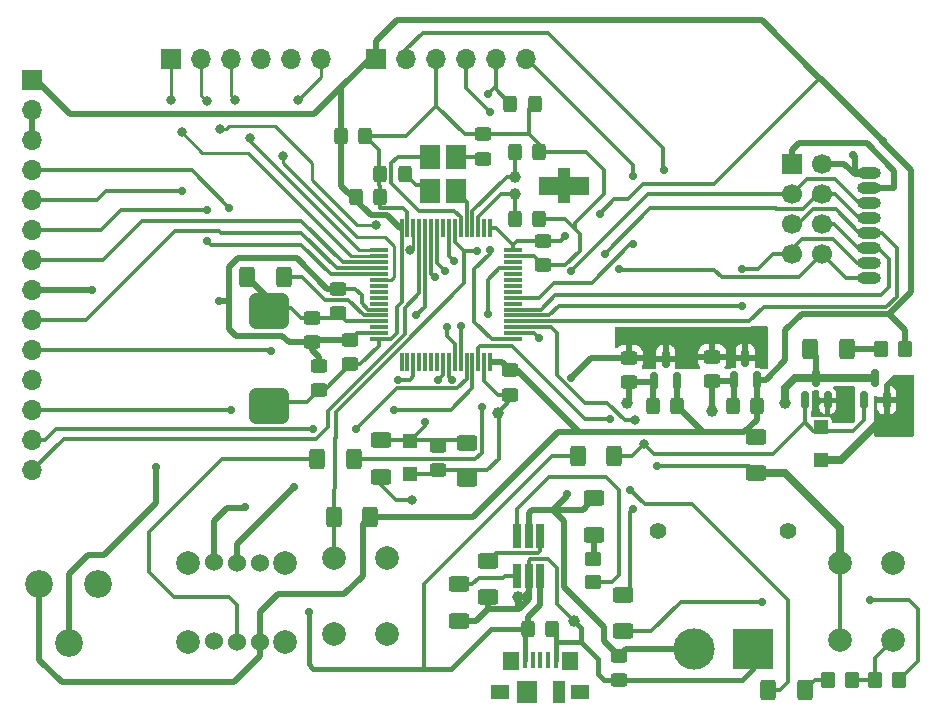
<source format=gbr>
%TF.GenerationSoftware,KiCad,Pcbnew,(6.0.7)*%
%TF.CreationDate,2023-01-25T23:34:06+01:00*%
%TF.ProjectId,TFT_RF_1.0,5446545f-5246-45f3-912e-302e6b696361,rev?*%
%TF.SameCoordinates,Original*%
%TF.FileFunction,Copper,L1,Top*%
%TF.FilePolarity,Positive*%
%FSLAX46Y46*%
G04 Gerber Fmt 4.6, Leading zero omitted, Abs format (unit mm)*
G04 Created by KiCad (PCBNEW (6.0.7)) date 2023-01-25 23:34:06*
%MOMM*%
%LPD*%
G01*
G04 APERTURE LIST*
G04 Aperture macros list*
%AMRoundRect*
0 Rectangle with rounded corners*
0 $1 Rounding radius*
0 $2 $3 $4 $5 $6 $7 $8 $9 X,Y pos of 4 corners*
0 Add a 4 corners polygon primitive as box body*
4,1,4,$2,$3,$4,$5,$6,$7,$8,$9,$2,$3,0*
0 Add four circle primitives for the rounded corners*
1,1,$1+$1,$2,$3*
1,1,$1+$1,$4,$5*
1,1,$1+$1,$6,$7*
1,1,$1+$1,$8,$9*
0 Add four rect primitives between the rounded corners*
20,1,$1+$1,$2,$3,$4,$5,0*
20,1,$1+$1,$4,$5,$6,$7,0*
20,1,$1+$1,$6,$7,$8,$9,0*
20,1,$1+$1,$8,$9,$2,$3,0*%
G04 Aperture macros list end*
%TA.AperFunction,ComponentPad*%
%ADD10R,1.700000X1.700000*%
%TD*%
%TA.AperFunction,ComponentPad*%
%ADD11C,1.700000*%
%TD*%
%TA.AperFunction,SMDPad,CuDef*%
%ADD12RoundRect,0.250000X-0.325000X-0.450000X0.325000X-0.450000X0.325000X0.450000X-0.325000X0.450000X0*%
%TD*%
%TA.AperFunction,SMDPad,CuDef*%
%ADD13RoundRect,0.250000X-0.450000X0.325000X-0.450000X-0.325000X0.450000X-0.325000X0.450000X0.325000X0*%
%TD*%
%TA.AperFunction,SMDPad,CuDef*%
%ADD14R,1.200000X1.200000*%
%TD*%
%TA.AperFunction,SMDPad,CuDef*%
%ADD15RoundRect,0.250000X-0.350000X-0.450000X0.350000X-0.450000X0.350000X0.450000X-0.350000X0.450000X0*%
%TD*%
%TA.AperFunction,ComponentPad*%
%ADD16O,1.700000X1.700000*%
%TD*%
%TA.AperFunction,SMDPad,CuDef*%
%ADD17RoundRect,0.250000X-0.625000X0.400000X-0.625000X-0.400000X0.625000X-0.400000X0.625000X0.400000X0*%
%TD*%
%TA.AperFunction,SMDPad,CuDef*%
%ADD18RoundRect,0.250000X0.450000X-0.325000X0.450000X0.325000X-0.450000X0.325000X-0.450000X-0.325000X0*%
%TD*%
%TA.AperFunction,ComponentPad*%
%ADD19C,2.340000*%
%TD*%
%TA.AperFunction,SMDPad,CuDef*%
%ADD20RoundRect,0.250000X0.450000X-0.350000X0.450000X0.350000X-0.450000X0.350000X-0.450000X-0.350000X0*%
%TD*%
%TA.AperFunction,SMDPad,CuDef*%
%ADD21RoundRect,0.150000X0.150000X-0.587500X0.150000X0.587500X-0.150000X0.587500X-0.150000X-0.587500X0*%
%TD*%
%TA.AperFunction,SMDPad,CuDef*%
%ADD22RoundRect,0.250000X0.325000X0.450000X-0.325000X0.450000X-0.325000X-0.450000X0.325000X-0.450000X0*%
%TD*%
%TA.AperFunction,SMDPad,CuDef*%
%ADD23RoundRect,0.250000X0.625000X-0.400000X0.625000X0.400000X-0.625000X0.400000X-0.625000X-0.400000X0*%
%TD*%
%TA.AperFunction,SMDPad,CuDef*%
%ADD24RoundRect,0.250000X0.400000X0.625000X-0.400000X0.625000X-0.400000X-0.625000X0.400000X-0.625000X0*%
%TD*%
%TA.AperFunction,SMDPad,CuDef*%
%ADD25RoundRect,0.075000X-0.075000X0.700000X-0.075000X-0.700000X0.075000X-0.700000X0.075000X0.700000X0*%
%TD*%
%TA.AperFunction,SMDPad,CuDef*%
%ADD26RoundRect,0.075000X-0.700000X0.075000X-0.700000X-0.075000X0.700000X-0.075000X0.700000X0.075000X0*%
%TD*%
%TA.AperFunction,WasherPad*%
%ADD27C,2.000000*%
%TD*%
%TA.AperFunction,ComponentPad*%
%ADD28C,1.524000*%
%TD*%
%TA.AperFunction,SMDPad,CuDef*%
%ADD29RoundRect,0.250000X-0.400000X-0.625000X0.400000X-0.625000X0.400000X0.625000X-0.400000X0.625000X0*%
%TD*%
%TA.AperFunction,SMDPad,CuDef*%
%ADD30R,1.800000X2.100000*%
%TD*%
%TA.AperFunction,SMDPad,CuDef*%
%ADD31R,0.650000X2.000000*%
%TD*%
%TA.AperFunction,ComponentPad*%
%ADD32O,2.000000X1.000000*%
%TD*%
%TA.AperFunction,SMDPad,CuDef*%
%ADD33RoundRect,0.491802X1.183198X-1.008198X1.183198X1.008198X-1.183198X1.008198X-1.183198X-1.008198X0*%
%TD*%
%TA.AperFunction,ComponentPad*%
%ADD34C,1.000000*%
%TD*%
%TA.AperFunction,SMDPad,CuDef*%
%ADD35R,4.300000X1.500000*%
%TD*%
%TA.AperFunction,ComponentPad*%
%ADD36R,1.000000X1.000000*%
%TD*%
%TA.AperFunction,ComponentPad*%
%ADD37C,1.400000*%
%TD*%
%TA.AperFunction,ComponentPad*%
%ADD38R,3.500000X3.500000*%
%TD*%
%TA.AperFunction,ComponentPad*%
%ADD39C,3.500000*%
%TD*%
%TA.AperFunction,SMDPad,CuDef*%
%ADD40R,0.450000X1.380000*%
%TD*%
%TA.AperFunction,SMDPad,CuDef*%
%ADD41R,1.000000X1.900000*%
%TD*%
%TA.AperFunction,SMDPad,CuDef*%
%ADD42R,1.425000X1.550000*%
%TD*%
%TA.AperFunction,SMDPad,CuDef*%
%ADD43R,1.650000X1.300000*%
%TD*%
%TA.AperFunction,SMDPad,CuDef*%
%ADD44R,1.800000X1.900000*%
%TD*%
%TA.AperFunction,ComponentPad*%
%ADD45C,2.000000*%
%TD*%
%TA.AperFunction,SMDPad,CuDef*%
%ADD46RoundRect,0.250000X0.350000X0.450000X-0.350000X0.450000X-0.350000X-0.450000X0.350000X-0.450000X0*%
%TD*%
%TA.AperFunction,ViaPad*%
%ADD47C,0.700000*%
%TD*%
%TA.AperFunction,ViaPad*%
%ADD48C,0.800000*%
%TD*%
%TA.AperFunction,ViaPad*%
%ADD49C,1.000000*%
%TD*%
%TA.AperFunction,Conductor*%
%ADD50C,0.500000*%
%TD*%
%TA.AperFunction,Conductor*%
%ADD51C,0.300000*%
%TD*%
%TA.AperFunction,Conductor*%
%ADD52C,0.450000*%
%TD*%
%TA.AperFunction,Conductor*%
%ADD53C,0.700000*%
%TD*%
%TA.AperFunction,Conductor*%
%ADD54C,0.250000*%
%TD*%
G04 APERTURE END LIST*
D10*
%TO.P,U4,1,GND*%
%TO.N,GND*%
X67300000Y-13920000D03*
D11*
%TO.P,U4,2,VCC*%
%TO.N,+3.3V*%
X69840000Y-13920000D03*
%TO.P,U4,3,CE*%
%TO.N,/NRF_CE*%
X67300000Y-16460000D03*
%TO.P,U4,4,~{CSN}*%
%TO.N,/NRF_CSN*%
X69840000Y-16460000D03*
%TO.P,U4,5,SCK*%
%TO.N,/NRF_SCK*%
X67300000Y-19000000D03*
%TO.P,U4,6,MOSI*%
%TO.N,/NRF_MOSI*%
X69840000Y-19000000D03*
%TO.P,U4,7,MISO*%
%TO.N,/NRF_MISO*%
X67300000Y-21540000D03*
%TO.P,U4,8,IRQ*%
%TO.N,/NRF_IRQ*%
X69840000Y-21540000D03*
%TD*%
D12*
%TO.P,C16,1*%
%TO.N,/OSC32_OUT*%
X43825000Y-12950000D03*
%TO.P,C16,2*%
%TO.N,GND*%
X45875000Y-12950000D03*
%TD*%
%TO.P,C15,1*%
%TO.N,/OSC32_IN*%
X43825000Y-18550000D03*
%TO.P,C15,2*%
%TO.N,GND*%
X45875000Y-18550000D03*
%TD*%
D13*
%TO.P,C11,1*%
%TO.N,+3.3VA*%
X26675000Y-26975000D03*
%TO.P,C11,2*%
%TO.N,GND*%
X26675000Y-29025000D03*
%TD*%
D14*
%TO.P,D4,1,K*%
%TO.N,Net-(Q1-Pad1)*%
X69750000Y-36225000D03*
%TO.P,D4,2,A*%
%TO.N,GND*%
X69750000Y-39025000D03*
%TD*%
D15*
%TO.P,D6,1,K*%
%TO.N,GND*%
X74375000Y-57625000D03*
%TO.P,D6,2,A*%
%TO.N,Net-(D6-Pad2)*%
X76375000Y-57625000D03*
%TD*%
D13*
%TO.P,C6,1*%
%TO.N,/ADC_BATT*%
X37375000Y-37825000D03*
%TO.P,C6,2*%
%TO.N,GND*%
X37375000Y-39875000D03*
%TD*%
D10*
%TO.P,J4,1,Pin_1*%
%TO.N,+3.3V*%
X3000000Y-6850000D03*
D16*
%TO.P,J4,2,Pin_2*%
%TO.N,GND*%
X3000000Y-9390000D03*
%TO.P,J4,3,Pin_3*%
X3000000Y-11930000D03*
%TO.P,J4,4,Pin_4*%
%TO.N,/TFT_RESET*%
X3000000Y-14470000D03*
%TO.P,J4,5,Pin_5*%
%TO.N,/TFT_DC*%
X3000000Y-17010000D03*
%TO.P,J4,6,Pin_6*%
%TO.N,/TFT_MOSI*%
X3000000Y-19550000D03*
%TO.P,J4,7,Pin_7*%
%TO.N,/TFT_SCK*%
X3000000Y-22090000D03*
%TO.P,J4,8,Pin_8*%
%TO.N,/TFT_LED*%
X3000000Y-24630000D03*
%TO.P,J4,9,Pin_9*%
%TO.N,/TFT_MISO*%
X3000000Y-27170000D03*
%TO.P,J4,10,Pin_10*%
%TO.N,/T_CLK*%
X3000000Y-29710000D03*
%TO.P,J4,11,Pin_11*%
%TO.N,GND*%
X3000000Y-32250000D03*
%TO.P,J4,12,Pin_12*%
%TO.N,/T_DIN*%
X3000000Y-34790000D03*
%TO.P,J4,13,Pin_13*%
%TO.N,/T_DO*%
X3000000Y-37330000D03*
%TO.P,J4,14,Pin_14*%
%TO.N,/T_IRQ*%
X3000000Y-39870000D03*
%TD*%
D17*
%TO.P,R7,1*%
%TO.N,Net-(R7-Pad1)*%
X39100000Y-49500000D03*
%TO.P,R7,2*%
%TO.N,GND*%
X39100000Y-52600000D03*
%TD*%
D18*
%TO.P,C13,1*%
%TO.N,+3.3VA*%
X28825000Y-26525000D03*
%TO.P,C13,2*%
%TO.N,GND*%
X28825000Y-24475000D03*
%TD*%
D17*
%TO.P,R2,1*%
%TO.N,/ADC_BATT*%
X32500000Y-37325000D03*
%TO.P,R2,2*%
%TO.N,+BATT*%
X32500000Y-40425000D03*
%TD*%
D12*
%TO.P,C14,1*%
%TO.N,NRST*%
X43460000Y-8820000D03*
%TO.P,C14,2*%
%TO.N,GND*%
X45510000Y-8820000D03*
%TD*%
D19*
%TO.P,RV1,1,1*%
%TO.N,GND*%
X8575000Y-49500000D03*
%TO.P,RV1,2,2*%
%TO.N,/TFT_LED*%
X6075000Y-54500000D03*
%TO.P,RV1,3,3*%
%TO.N,+3.3V*%
X3575000Y-49500000D03*
%TD*%
D20*
%TO.P,D2,1,K*%
%TO.N,Net-(D2-Pad1)*%
X50490000Y-49340000D03*
%TO.P,D2,2,A*%
%TO.N,Net-(D2-Pad2)*%
X50490000Y-47340000D03*
%TD*%
D13*
%TO.P,C9,1*%
%TO.N,+3.3V*%
X46200000Y-20450000D03*
%TO.P,C9,2*%
%TO.N,GND*%
X46200000Y-22500000D03*
%TD*%
D21*
%TO.P,Q1,1,G*%
%TO.N,Net-(Q1-Pad1)*%
X68425000Y-33937500D03*
%TO.P,Q1,2,S*%
%TO.N,GND*%
X70325000Y-33937500D03*
%TO.P,Q1,3,D*%
%TO.N,/GND_DI62*%
X69375000Y-32062500D03*
%TD*%
D22*
%TO.P,C4,1*%
%TO.N,+3.3V*%
X64325000Y-34400000D03*
%TO.P,C4,2*%
%TO.N,/GND_DI62*%
X62275000Y-34400000D03*
%TD*%
D21*
%TO.P,U2,1,GND*%
%TO.N,/GND_DI62*%
X55650000Y-32287500D03*
%TO.P,U2,2,VO*%
%TO.N,+3.3V*%
X57550000Y-32287500D03*
%TO.P,U2,3,VI*%
%TO.N,/VIN_DI*%
X56600000Y-30412500D03*
%TD*%
D23*
%TO.P,R6,1*%
%TO.N,GND*%
X41600000Y-50600000D03*
%TO.P,R6,2*%
%TO.N,Net-(R6-Pad2)*%
X41600000Y-47500000D03*
%TD*%
D24*
%TO.P,R10,1*%
%TO.N,Net-(Q1-Pad1)*%
X52250000Y-38625000D03*
%TO.P,R10,2*%
%TO.N,+5V*%
X49150000Y-38625000D03*
%TD*%
D18*
%TO.P,C12,1*%
%TO.N,+3.3V*%
X29900000Y-30900000D03*
%TO.P,C12,2*%
%TO.N,GND*%
X29900000Y-28850000D03*
%TD*%
D25*
%TO.P,U1,1,VBAT*%
%TO.N,+3.3V*%
X41750000Y-19325000D03*
%TO.P,U1,2,PC13*%
%TO.N,unconnected-(U1-Pad2)*%
X41250000Y-19325000D03*
%TO.P,U1,3,PC14-OSC32_IN*%
%TO.N,/OSC32_IN*%
X40750000Y-19325000D03*
%TO.P,U1,4,PC15-OSC32_OUT*%
%TO.N,/OSC32_OUT*%
X40250000Y-19325000D03*
%TO.P,U1,5,PF0-OSC_IN*%
%TO.N,/HSE_IN*%
X39750000Y-19325000D03*
%TO.P,U1,6,PF1-OSC_OUT*%
%TO.N,/HSE_OUT*%
X39250000Y-19325000D03*
%TO.P,U1,7,PG10-NRST*%
%TO.N,NRST*%
X38750000Y-19325000D03*
%TO.P,U1,8,PC0*%
%TO.N,/NRF_CSN*%
X38250000Y-19325000D03*
%TO.P,U1,9,PC1*%
%TO.N,unconnected-(U1-Pad9)*%
X37750000Y-19325000D03*
%TO.P,U1,10,PC2*%
%TO.N,/NRF_CE*%
X37250000Y-19325000D03*
%TO.P,U1,11,PC3*%
%TO.N,/NRF_IRQ*%
X36750000Y-19325000D03*
%TO.P,U1,12,PA0*%
%TO.N,/ADC_BATT*%
X36250000Y-19325000D03*
%TO.P,U1,13,PA1*%
%TO.N,/T_IRQ*%
X35750000Y-19325000D03*
%TO.P,U1,14,PA2*%
%TO.N,/RXD*%
X35250000Y-19325000D03*
%TO.P,U1,15,VSS*%
%TO.N,GND*%
X34750000Y-19325000D03*
%TO.P,U1,16,VDD*%
%TO.N,+3.3V*%
X34250000Y-19325000D03*
D26*
%TO.P,U1,17,PA3*%
%TO.N,/TXD*%
X32325000Y-21250000D03*
%TO.P,U1,18,PA4*%
%TO.N,/STATE*%
X32325000Y-21750000D03*
%TO.P,U1,19,PA5*%
%TO.N,/TFT_SCK*%
X32325000Y-22250000D03*
%TO.P,U1,20,PA6*%
%TO.N,/TFT_MISO*%
X32325000Y-22750000D03*
%TO.P,U1,21,PA7*%
%TO.N,/TFT_MOSI*%
X32325000Y-23250000D03*
%TO.P,U1,22,PC4*%
%TO.N,/EN*%
X32325000Y-23750000D03*
%TO.P,U1,23,PC5*%
%TO.N,unconnected-(U1-Pad23)*%
X32325000Y-24250000D03*
%TO.P,U1,24,PB0*%
%TO.N,unconnected-(U1-Pad24)*%
X32325000Y-24750000D03*
%TO.P,U1,25,PB1*%
%TO.N,unconnected-(U1-Pad25)*%
X32325000Y-25250000D03*
%TO.P,U1,26,PB2*%
%TO.N,unconnected-(U1-Pad26)*%
X32325000Y-25750000D03*
%TO.P,U1,27,VSSA*%
%TO.N,GND*%
X32325000Y-26250000D03*
%TO.P,U1,28,VREF+*%
%TO.N,Net-(R8-Pad2)*%
X32325000Y-26750000D03*
%TO.P,U1,29,VDDA*%
%TO.N,+3.3VA*%
X32325000Y-27250000D03*
%TO.P,U1,30,PB10*%
%TO.N,unconnected-(U1-Pad30)*%
X32325000Y-27750000D03*
%TO.P,U1,31,VSS*%
%TO.N,GND*%
X32325000Y-28250000D03*
%TO.P,U1,32,VDD*%
%TO.N,+3.3V*%
X32325000Y-28750000D03*
D25*
%TO.P,U1,33,PB11*%
%TO.N,unconnected-(U1-Pad33)*%
X34250000Y-30675000D03*
%TO.P,U1,34,PB12*%
%TO.N,unconnected-(U1-Pad34)*%
X34750000Y-30675000D03*
%TO.P,U1,35,PB13*%
%TO.N,/T_CLK*%
X35250000Y-30675000D03*
%TO.P,U1,36,PB14*%
%TO.N,unconnected-(U1-Pad36)*%
X35750000Y-30675000D03*
%TO.P,U1,37,PB15*%
%TO.N,unconnected-(U1-Pad37)*%
X36250000Y-30675000D03*
%TO.P,U1,38,PC6*%
%TO.N,unconnected-(U1-Pad38)*%
X36750000Y-30675000D03*
%TO.P,U1,39,PC7*%
%TO.N,unconnected-(U1-Pad39)*%
X37250000Y-30675000D03*
%TO.P,U1,40,PC8*%
%TO.N,Net-(U1-Pad40)*%
X37750000Y-30675000D03*
%TO.P,U1,41,PC9*%
%TO.N,Net-(U1-Pad41)*%
X38250000Y-30675000D03*
%TO.P,U1,42,PA8*%
%TO.N,/TFT_RESET*%
X38750000Y-30675000D03*
%TO.P,U1,43,PA9*%
%TO.N,/TFT_DC*%
X39250000Y-30675000D03*
%TO.P,U1,44,PA10*%
%TO.N,/T_DO*%
X39750000Y-30675000D03*
%TO.P,U1,45,PA11*%
%TO.N,/T_DIN*%
X40250000Y-30675000D03*
%TO.P,U1,46,PA12*%
%TO.N,Net-(U1-Pad46)*%
X40750000Y-30675000D03*
%TO.P,U1,47,VSS*%
%TO.N,GND*%
X41250000Y-30675000D03*
%TO.P,U1,48,VDD*%
%TO.N,+3.3V*%
X41750000Y-30675000D03*
D26*
%TO.P,U1,49,PA13*%
%TO.N,/SWDIO*%
X43675000Y-28750000D03*
%TO.P,U1,50,PA14*%
%TO.N,/SWCLK*%
X43675000Y-28250000D03*
%TO.P,U1,51,PA15*%
%TO.N,Net-(Q1-Pad1)*%
X43675000Y-27750000D03*
%TO.P,U1,52,PC10*%
%TO.N,/NRF_SCK*%
X43675000Y-27250000D03*
%TO.P,U1,53,PC11*%
%TO.N,/NRF_MISO*%
X43675000Y-26750000D03*
%TO.P,U1,54,PC12*%
%TO.N,/NRF_MOSI*%
X43675000Y-26250000D03*
%TO.P,U1,55,PD2*%
%TO.N,unconnected-(U1-Pad55)*%
X43675000Y-25750000D03*
%TO.P,U1,56,PB3*%
%TO.N,/SWO*%
X43675000Y-25250000D03*
%TO.P,U1,57,PB4*%
%TO.N,unconnected-(U1-Pad57)*%
X43675000Y-24750000D03*
%TO.P,U1,58,PB5*%
%TO.N,unconnected-(U1-Pad58)*%
X43675000Y-24250000D03*
%TO.P,U1,59,PB6*%
%TO.N,unconnected-(U1-Pad59)*%
X43675000Y-23750000D03*
%TO.P,U1,60,PB7*%
%TO.N,unconnected-(U1-Pad60)*%
X43675000Y-23250000D03*
%TO.P,U1,61,PB8-BOOT0*%
%TO.N,/BOOT0*%
X43675000Y-22750000D03*
%TO.P,U1,62,PB9*%
%TO.N,unconnected-(U1-Pad62)*%
X43675000Y-22250000D03*
%TO.P,U1,63,VSS*%
%TO.N,GND*%
X43675000Y-21750000D03*
%TO.P,U1,64,VDD*%
%TO.N,+3.3V*%
X43675000Y-21250000D03*
%TD*%
D27*
%TO.P,SW4,*%
%TO.N,*%
X24400000Y-47695000D03*
X16200000Y-47695000D03*
D28*
%TO.P,SW4,1,A*%
%TO.N,+BATT*%
X18350000Y-47645000D03*
%TO.P,SW4,2,B*%
%TO.N,/VIN_DI*%
X20300000Y-47695000D03*
%TO.P,SW4,3,C*%
%TO.N,+5V*%
X22300000Y-47695000D03*
%TD*%
D15*
%TO.P,D1,1,K*%
%TO.N,Net-(D1-Pad1)*%
X74875000Y-29575000D03*
%TO.P,D1,2,A*%
%TO.N,+3.3V*%
X76875000Y-29575000D03*
%TD*%
D22*
%TO.P,C3,1*%
%TO.N,+3.3V*%
X57550000Y-34400000D03*
%TO.P,C3,2*%
%TO.N,/GND_DI62*%
X55500000Y-34400000D03*
%TD*%
D12*
%TO.P,C20,1*%
%TO.N,+5V*%
X44950000Y-53300000D03*
%TO.P,C20,2*%
%TO.N,GND*%
X47000000Y-53300000D03*
%TD*%
D13*
%TO.P,C10,1*%
%TO.N,+3.3V*%
X43450000Y-31400000D03*
%TO.P,C10,2*%
%TO.N,GND*%
X43450000Y-33450000D03*
%TD*%
D29*
%TO.P,R8,1*%
%TO.N,+3.3VA*%
X21200000Y-23500000D03*
%TO.P,R8,2*%
%TO.N,Net-(R8-Pad2)*%
X24300000Y-23500000D03*
%TD*%
D12*
%TO.P,C5,1*%
%TO.N,+3.3V*%
X29080000Y-11530000D03*
%TO.P,C5,2*%
%TO.N,GND*%
X31130000Y-11530000D03*
%TD*%
D30*
%TO.P,Y2,1,1*%
%TO.N,/HSE_OUT*%
X36620000Y-13330000D03*
%TO.P,Y2,2,2*%
%TO.N,Net-(C18-Pad1)*%
X36620000Y-16230000D03*
%TO.P,Y2,3,3*%
%TO.N,/HSE_IN*%
X38820000Y-16230000D03*
%TO.P,Y2,4,4*%
%TO.N,Net-(C17-Pad2)*%
X38820000Y-13330000D03*
%TD*%
D12*
%TO.P,C8,1*%
%TO.N,+3.3V*%
X30350000Y-16750000D03*
%TO.P,C8,2*%
%TO.N,GND*%
X32400000Y-16750000D03*
%TD*%
D17*
%TO.P,R5,1*%
%TO.N,+BATT*%
X50540000Y-42240000D03*
%TO.P,R5,2*%
%TO.N,Net-(D2-Pad2)*%
X50540000Y-45340000D03*
%TD*%
%TO.P,R13,1*%
%TO.N,Net-(U1-Pad41)*%
X53000000Y-50400000D03*
%TO.P,R13,2*%
%TO.N,Net-(D6-Pad2)*%
X53000000Y-53500000D03*
%TD*%
D31*
%TO.P,U5,1,TS*%
%TO.N,Net-(R6-Pad2)*%
X45950000Y-45390000D03*
%TO.P,U5,2,OUT*%
%TO.N,+BATT*%
X45000000Y-45390000D03*
%TO.P,U5,3,CHG_N*%
%TO.N,Net-(D2-Pad1)*%
X44050000Y-45390000D03*
%TO.P,U5,4,ISET*%
%TO.N,Net-(R7-Pad1)*%
X44050000Y-48810000D03*
%TO.P,U5,5,GND*%
%TO.N,GND*%
X45000000Y-48810000D03*
%TO.P,U5,6,VIN*%
%TO.N,+5V*%
X45950000Y-48810000D03*
%TD*%
D21*
%TO.P,U3,1,GND*%
%TO.N,/GND_DI62*%
X62400000Y-32237500D03*
%TO.P,U3,2,VO*%
%TO.N,+3.3V*%
X64300000Y-32237500D03*
%TO.P,U3,3,VI*%
%TO.N,/VIN_DI*%
X63350000Y-30362500D03*
%TD*%
D13*
%TO.P,C2,1*%
%TO.N,/VIN_DI*%
X60550000Y-30275000D03*
%TO.P,C2,2*%
%TO.N,/GND_DI62*%
X60550000Y-32325000D03*
%TD*%
D22*
%TO.P,C18,1*%
%TO.N,Net-(C18-Pad1)*%
X34500000Y-14750000D03*
%TO.P,C18,2*%
%TO.N,GND*%
X32450000Y-14750000D03*
%TD*%
D32*
%TO.P,J1,1,Pin_1*%
%TO.N,+3.3V*%
X73800000Y-14700000D03*
%TO.P,J1,2,Pin_2*%
%TO.N,GND*%
X73800000Y-15970000D03*
%TO.P,J1,3,Pin_3*%
%TO.N,/NRF_CE*%
X73800000Y-17240000D03*
%TO.P,J1,4,Pin_4*%
%TO.N,/NRF_CSN*%
X73800000Y-18510000D03*
%TO.P,J1,5,Pin_5*%
%TO.N,/NRF_SCK*%
X73800000Y-19780000D03*
%TO.P,J1,6,Pin_6*%
%TO.N,/NRF_MOSI*%
X73800000Y-21050000D03*
%TO.P,J1,7,Pin_7*%
%TO.N,/NRF_MISO*%
X73800000Y-22320000D03*
%TO.P,J1,8,Pin_8*%
%TO.N,/NRF_IRQ*%
X73800000Y-23590000D03*
%TD*%
D23*
%TO.P,R9,1*%
%TO.N,GND*%
X39750000Y-40625000D03*
%TO.P,R9,2*%
%TO.N,/ADC_BATT*%
X39750000Y-37525000D03*
%TD*%
D14*
%TO.P,D3,1,K*%
%TO.N,/ADC_BATT*%
X35000000Y-37375000D03*
%TO.P,D3,2,A*%
%TO.N,GND*%
X35000000Y-40175000D03*
%TD*%
D33*
%TO.P,FB1,1*%
%TO.N,+3.3V*%
X23005000Y-34375000D03*
%TO.P,FB1,2*%
%TO.N,+3.3VA*%
X23005000Y-26375000D03*
%TD*%
D34*
%TO.P,Y1,1,1*%
%TO.N,/OSC32_IN*%
X43875000Y-16500000D03*
%TO.P,Y1,2,2*%
%TO.N,/OSC32_OUT*%
X43875000Y-15000000D03*
D35*
%TO.P,Y1,3*%
%TO.N,N/C*%
X48025000Y-15750000D03*
D36*
X48025000Y-14750000D03*
X48025000Y-16750000D03*
%TD*%
D10*
%TO.P,J5,1,Pin_1*%
%TO.N,/STATE*%
X14750000Y-5000000D03*
D16*
%TO.P,J5,2,Pin_2*%
%TO.N,/RXD*%
X17290000Y-5000000D03*
%TO.P,J5,3,Pin_3*%
%TO.N,/TXD*%
X19830000Y-5000000D03*
%TO.P,J5,4,Pin_4*%
%TO.N,GND*%
X22370000Y-5000000D03*
%TO.P,J5,5,Pin_5*%
%TO.N,+5V*%
X24910000Y-5000000D03*
%TO.P,J5,6,Pin_6*%
%TO.N,/EN*%
X27450000Y-5000000D03*
%TD*%
D21*
%TO.P,Q2,1,G*%
%TO.N,Net-(Q1-Pad1)*%
X73425000Y-33937500D03*
%TO.P,Q2,2,S*%
%TO.N,GND*%
X75325000Y-33937500D03*
%TO.P,Q2,3,D*%
%TO.N,/GND_DI62*%
X74375000Y-32062500D03*
%TD*%
D37*
%TO.P,XT30PW1,*%
%TO.N,*%
X56000000Y-45000000D03*
X67000000Y-45000000D03*
D38*
%TO.P,XT30PW1,1,Pin_1*%
%TO.N,GND*%
X64000000Y-55000000D03*
D39*
%TO.P,XT30PW1,2,Pin_2*%
%TO.N,+BATT*%
X59000000Y-55000000D03*
%TD*%
D40*
%TO.P,J2,1,VBUS*%
%TO.N,+5V*%
X44700000Y-55940000D03*
%TO.P,J2,2,D-*%
%TO.N,unconnected-(J2-Pad2)*%
X45350000Y-55940000D03*
%TO.P,J2,3,D+*%
%TO.N,unconnected-(J2-Pad3)*%
X46000000Y-55940000D03*
%TO.P,J2,4,ID*%
%TO.N,unconnected-(J2-Pad4)*%
X46650000Y-55940000D03*
%TO.P,J2,5,GND*%
%TO.N,GND*%
X47300000Y-55940000D03*
D41*
%TO.P,J2,6,Shield*%
%TO.N,unconnected-(J2-Pad6)*%
X47550000Y-58600000D03*
D42*
X43512500Y-56025000D03*
D43*
X49375000Y-58600000D03*
D42*
X48487500Y-56025000D03*
D44*
X44850000Y-58600000D03*
D43*
X42625000Y-58600000D03*
%TD*%
D27*
%TO.P,SW1,*%
%TO.N,*%
X16200000Y-54400000D03*
X24400000Y-54400000D03*
D28*
%TO.P,SW1,1,A*%
%TO.N,GND*%
X18350000Y-54350000D03*
%TO.P,SW1,2,B*%
%TO.N,/BOOT0_SW*%
X20300000Y-54400000D03*
%TO.P,SW1,3,C*%
%TO.N,+3.3V*%
X22300000Y-54400000D03*
%TD*%
D13*
%TO.P,C1,1*%
%TO.N,/VIN_DI*%
X53500000Y-30350000D03*
%TO.P,C1,2*%
%TO.N,/GND_DI62*%
X53500000Y-32400000D03*
%TD*%
D18*
%TO.P,C7,1*%
%TO.N,+3.3V*%
X27300000Y-33050000D03*
%TO.P,C7,2*%
%TO.N,GND*%
X27300000Y-31000000D03*
%TD*%
D29*
%TO.P,R3,1*%
%TO.N,/BOOT0_SW*%
X27080000Y-38900000D03*
%TO.P,R3,2*%
%TO.N,/BOOT0*%
X30180000Y-38900000D03*
%TD*%
D24*
%TO.P,R1,1*%
%TO.N,Net-(D1-Pad1)*%
X71925000Y-29625000D03*
%TO.P,R1,2*%
%TO.N,/GND_DI62*%
X68825000Y-29625000D03*
%TD*%
D45*
%TO.P,SW2,1*%
%TO.N,NRST*%
X28550000Y-47250000D03*
X28550000Y-53750000D03*
%TO.P,SW2,2*%
%TO.N,GND*%
X33050000Y-47250000D03*
X33050000Y-53750000D03*
%TD*%
D29*
%TO.P,R12,1*%
%TO.N,Net-(U1-Pad40)*%
X65275000Y-58500000D03*
%TO.P,R12,2*%
%TO.N,Net-(D5-Pad2)*%
X68375000Y-58500000D03*
%TD*%
D13*
%TO.P,C19,1*%
%TO.N,+BATT*%
X52700000Y-55550000D03*
%TO.P,C19,2*%
%TO.N,GND*%
X52700000Y-57600000D03*
%TD*%
D45*
%TO.P,SW3,1*%
%TO.N,Net-(U1-Pad46)*%
X71375000Y-54250000D03*
X71375000Y-47750000D03*
%TO.P,SW3,2*%
%TO.N,GND*%
X75875000Y-54250000D03*
X75875000Y-47750000D03*
%TD*%
D10*
%TO.P,J3,1,Pin_1*%
%TO.N,+3.3V*%
X32100000Y-5030000D03*
D16*
%TO.P,J3,2,Pin_2*%
%TO.N,/SWCLK*%
X34640000Y-5030000D03*
%TO.P,J3,3,Pin_3*%
%TO.N,GND*%
X37180000Y-5030000D03*
%TO.P,J3,4,Pin_4*%
%TO.N,/SWDIO*%
X39720000Y-5030000D03*
%TO.P,J3,5,Pin_5*%
%TO.N,NRST*%
X42260000Y-5030000D03*
%TO.P,J3,6,Pin_6*%
%TO.N,/SWO*%
X44800000Y-5030000D03*
%TD*%
D13*
%TO.P,C17,1*%
%TO.N,GND*%
X41160000Y-11415000D03*
%TO.P,C17,2*%
%TO.N,Net-(C17-Pad2)*%
X41160000Y-13465000D03*
%TD*%
D24*
%TO.P,R4,1*%
%TO.N,+3.3V*%
X31600000Y-43800000D03*
%TO.P,R4,2*%
%TO.N,NRST*%
X28500000Y-43800000D03*
%TD*%
D17*
%TO.P,R11,1*%
%TO.N,+3.3V*%
X64250000Y-37025000D03*
%TO.P,R11,2*%
%TO.N,Net-(U1-Pad46)*%
X64250000Y-40125000D03*
%TD*%
D46*
%TO.P,D5,1,K*%
%TO.N,GND*%
X72375000Y-57625000D03*
%TO.P,D5,2,A*%
%TO.N,Net-(D5-Pad2)*%
X70375000Y-57625000D03*
%TD*%
D47*
%TO.N,+BATT*%
X21020000Y-42990000D03*
X48240000Y-41850000D03*
D48*
X35125000Y-42375000D03*
D49*
%TO.N,GND*%
X42375000Y-35000000D03*
D47*
X75375000Y-36125000D03*
X69500000Y-34000000D03*
D49*
X44125000Y-50625000D03*
X48860000Y-52630000D03*
D47*
X71875000Y-33250000D03*
X71875000Y-34750000D03*
X76875000Y-33750000D03*
X18750000Y-25500000D03*
X76750000Y-35500000D03*
D48*
%TO.N,/STATE*%
X15625000Y-11250000D03*
X14750000Y-8500000D03*
D47*
%TO.N,NRST*%
X40610000Y-21280000D03*
X41600000Y-7980000D03*
%TO.N,+5V*%
X26390000Y-51850000D03*
%TO.N,/SWCLK*%
X45875000Y-28625000D03*
X56430000Y-14420000D03*
%TO.N,/SWDIO*%
X41700000Y-21240000D03*
X41700000Y-9510000D03*
%TO.N,/T_CLK*%
X23200000Y-29725000D03*
X33975000Y-32175500D03*
%TO.N,/T_DIN*%
X19800000Y-34775000D03*
X33650000Y-34775000D03*
%TO.N,/T_DO*%
X26750000Y-36325000D03*
X30425000Y-36325000D03*
%TO.N,/SWO*%
X53850000Y-14980000D03*
X53850000Y-20730000D03*
%TO.N,/BOOT0*%
X41530000Y-26630000D03*
X41020000Y-34540000D03*
D48*
%TO.N,/RXD*%
X35000000Y-21250000D03*
X18875000Y-11000000D03*
X32125000Y-19099500D03*
X17750000Y-8625000D03*
%TO.N,/TXD*%
X21375000Y-11750000D03*
X20125000Y-8500000D03*
%TO.N,/EN*%
X25500000Y-8500000D03*
X24250000Y-13250000D03*
D47*
%TO.N,/VIN_DI*%
X48619622Y-32005378D03*
X25140000Y-41270000D03*
%TO.N,/NRF_CE*%
X48590000Y-23010000D03*
X37890000Y-22990000D03*
%TO.N,/NRF_CSN*%
X51460000Y-21550000D03*
X38700000Y-22180000D03*
%TO.N,/NRF_MISO*%
X63050000Y-22820000D03*
X63050000Y-25920000D03*
%TO.N,/TFT_RESET*%
X38125000Y-27750000D03*
X19625000Y-17625000D03*
%TO.N,/TFT_DC*%
X39250000Y-27625000D03*
X15700000Y-16225000D03*
%TO.N,/TFT_MOSI*%
X17750000Y-20425000D03*
X17750000Y-17825000D03*
%TO.N,/TFT_LED*%
X13430000Y-39590000D03*
X8030000Y-24630000D03*
%TO.N,/NRF_IRQ*%
X37040000Y-23520000D03*
X52650000Y-22850000D03*
%TO.N,/ADC_BATT*%
X35500000Y-26750000D03*
X36250000Y-35750000D03*
D49*
%TO.N,/GND_DI62*%
X53375000Y-34125000D03*
X60500000Y-34875000D03*
X66750000Y-34125000D03*
D47*
%TO.N,+3.3V*%
X72500000Y-13125000D03*
X51040000Y-18130000D03*
X48120000Y-20060000D03*
X75030000Y-12020000D03*
D48*
%TO.N,Net-(Q1-Pad1)*%
X54000000Y-35625000D03*
X54750000Y-37625000D03*
D47*
%TO.N,Net-(U1-Pad46)*%
X51875000Y-35500000D03*
X55875000Y-39500000D03*
%TO.N,Net-(D6-Pad2)*%
X64750000Y-51000000D03*
X73875000Y-50875000D03*
%TO.N,Net-(U1-Pad40)*%
X37375000Y-32175500D03*
X53625000Y-41500000D03*
%TO.N,Net-(U1-Pad41)*%
X38500000Y-32175500D03*
X53875000Y-43125000D03*
%TD*%
D50*
%TO.N,+BATT*%
X21020000Y-42990000D02*
X21000000Y-43010000D01*
D51*
X35125000Y-42375000D02*
X33750000Y-42375000D01*
D50*
X49580000Y-43200000D02*
X50540000Y-42240000D01*
D51*
X33750000Y-42375000D02*
X32500000Y-41125000D01*
D50*
X48025000Y-49725000D02*
X48025000Y-44175000D01*
X51400000Y-53100000D02*
X48025000Y-49725000D01*
X52700000Y-55550000D02*
X53250000Y-55000000D01*
D51*
X32500000Y-41125000D02*
X32500000Y-40425000D01*
D50*
X47050000Y-43200000D02*
X49580000Y-43200000D01*
X48025000Y-44175000D02*
X47050000Y-43200000D01*
X21000000Y-43010000D02*
X19470000Y-43010000D01*
X53250000Y-55000000D02*
X59000000Y-55000000D01*
X19470000Y-43010000D02*
X18350000Y-44130000D01*
X51400000Y-54325000D02*
X51400000Y-53100000D01*
X47050000Y-43200000D02*
X45275000Y-43200000D01*
X48240000Y-42010000D02*
X47050000Y-43200000D01*
X52625000Y-55550000D02*
X51400000Y-54325000D01*
X18350000Y-44130000D02*
X18350000Y-47645000D01*
X48240000Y-41850000D02*
X48240000Y-42010000D01*
X45000000Y-43475000D02*
X45000000Y-45390000D01*
X45275000Y-43200000D02*
X45000000Y-43475000D01*
%TO.N,GND*%
X25375000Y-21875000D02*
X27975000Y-24475000D01*
D51*
X43450000Y-33450000D02*
X43450000Y-33925000D01*
X34750000Y-17980000D02*
X34410000Y-17640000D01*
X32400000Y-17640000D02*
X32400000Y-15770000D01*
X37375000Y-39875000D02*
X41500000Y-39875000D01*
X35000000Y-40175000D02*
X37075000Y-40175000D01*
X37180000Y-8990000D02*
X37180000Y-5030000D01*
X45035000Y-11415000D02*
X45875000Y-12255000D01*
X45035000Y-9295000D02*
X45510000Y-8820000D01*
D50*
X19650000Y-25530000D02*
X19650000Y-22640000D01*
D52*
X52700000Y-57600000D02*
X63100000Y-57600000D01*
D51*
X48900000Y-19400000D02*
X48050000Y-18550000D01*
D50*
X45000000Y-50125000D02*
X45000000Y-50760000D01*
D51*
X30500000Y-28250000D02*
X29900000Y-28850000D01*
D52*
X63100000Y-57600000D02*
X64000000Y-56700000D01*
D50*
X44500000Y-50625000D02*
X45000000Y-50125000D01*
D51*
X39605000Y-11415000D02*
X37180000Y-8990000D01*
X43450000Y-33925000D02*
X42375000Y-35000000D01*
D50*
X19650000Y-22640000D02*
X20415000Y-21875000D01*
X44185000Y-51575000D02*
X44075000Y-51575000D01*
X75970000Y-15940000D02*
X75970000Y-14500000D01*
X20210000Y-28450000D02*
X19650000Y-27890000D01*
X19650000Y-27890000D02*
X19650000Y-25530000D01*
D51*
X72375000Y-57625000D02*
X74375000Y-57625000D01*
D52*
X49450000Y-54425000D02*
X49450000Y-53220000D01*
D51*
X45000000Y-48810000D02*
X45000000Y-47500000D01*
X34750000Y-19325000D02*
X34750000Y-17980000D01*
D53*
X74375000Y-36125000D02*
X75375000Y-36125000D01*
D50*
X27300000Y-31000000D02*
X27300000Y-30275000D01*
D51*
X41250000Y-32325000D02*
X42375000Y-33450000D01*
X47375000Y-48125000D02*
X47375000Y-51145000D01*
D52*
X64000000Y-56700000D02*
X64000000Y-55000000D01*
D51*
X45035000Y-11415000D02*
X45035000Y-9295000D01*
X48110050Y-22500000D02*
X49350000Y-21260050D01*
X30900000Y-25701041D02*
X30900000Y-25050000D01*
D50*
X75940000Y-15970000D02*
X75970000Y-15940000D01*
X41600000Y-51575000D02*
X40575000Y-52600000D01*
D51*
X43675000Y-21750000D02*
X45450000Y-21750000D01*
D50*
X73650000Y-12180000D02*
X67870000Y-12180000D01*
X27300000Y-30275000D02*
X26675000Y-29650000D01*
X67300000Y-12750000D02*
X67300000Y-13920000D01*
X24130000Y-28450000D02*
X20210000Y-28450000D01*
D51*
X30900000Y-25050000D02*
X30325000Y-24475000D01*
D50*
X26675000Y-29650000D02*
X26675000Y-29025000D01*
D51*
X48050000Y-18550000D02*
X45875000Y-18550000D01*
X46200000Y-22500000D02*
X48110050Y-22500000D01*
X42375000Y-33450000D02*
X43450000Y-33450000D01*
D50*
X19650000Y-25530000D02*
X18780000Y-25530000D01*
D51*
X48900000Y-18950000D02*
X51380000Y-16470000D01*
X49840000Y-12870000D02*
X45955000Y-12870000D01*
X51380000Y-14410000D02*
X49840000Y-12870000D01*
D52*
X51375000Y-57600000D02*
X52700000Y-57600000D01*
D51*
X45125000Y-47375000D02*
X46625000Y-47375000D01*
D50*
X27975000Y-24475000D02*
X28825000Y-24475000D01*
D51*
X41500000Y-39875000D02*
X42500000Y-38875000D01*
D52*
X50850000Y-55825000D02*
X50850000Y-57075000D01*
D51*
X34640000Y-11530000D02*
X37180000Y-8990000D01*
X41160000Y-11415000D02*
X39605000Y-11415000D01*
X31448959Y-26250000D02*
X30900000Y-25701041D01*
X47375000Y-51145000D02*
X48860000Y-52630000D01*
D50*
X41600000Y-50600000D02*
X41600000Y-51575000D01*
D51*
X49350000Y-21260050D02*
X49350000Y-19850000D01*
D50*
X26675000Y-29025000D02*
X24705000Y-29025000D01*
D51*
X31130000Y-11530000D02*
X34640000Y-11530000D01*
X41160000Y-11415000D02*
X45035000Y-11415000D01*
D52*
X47300000Y-54175000D02*
X47300000Y-53600000D01*
D50*
X44075000Y-51575000D02*
X44125000Y-51525000D01*
D51*
X34410000Y-17640000D02*
X32400000Y-17640000D01*
X32325000Y-26250000D02*
X31448959Y-26250000D01*
X32400000Y-15770000D02*
X32350000Y-15720000D01*
X32350000Y-12750000D02*
X31130000Y-11530000D01*
X41250000Y-30675000D02*
X41250000Y-32325000D01*
D50*
X45000000Y-48810000D02*
X45000000Y-50125000D01*
X75970000Y-14500000D02*
X73650000Y-12180000D01*
D51*
X48900000Y-19400000D02*
X48900000Y-18950000D01*
X46625000Y-47375000D02*
X47375000Y-48125000D01*
X18780000Y-25530000D02*
X18750000Y-25500000D01*
D50*
X73800000Y-15970000D02*
X75940000Y-15970000D01*
D51*
X45000000Y-47500000D02*
X45125000Y-47375000D01*
D50*
X40575000Y-52600000D02*
X39100000Y-52600000D01*
D52*
X49450000Y-53220000D02*
X48860000Y-52630000D01*
X47300000Y-54425000D02*
X49450000Y-54425000D01*
D53*
X69750000Y-39025000D02*
X71475000Y-39025000D01*
D51*
X74375000Y-57625000D02*
X74375000Y-55750000D01*
D50*
X67870000Y-12180000D02*
X67300000Y-12750000D01*
D51*
X32350000Y-15720000D02*
X32350000Y-12750000D01*
D52*
X49450000Y-54425000D02*
X50850000Y-55825000D01*
D50*
X44075000Y-51575000D02*
X41600000Y-51575000D01*
D52*
X47300000Y-55940000D02*
X47300000Y-54175000D01*
D51*
X74375000Y-55750000D02*
X75875000Y-54250000D01*
D50*
X44125000Y-50625000D02*
X44500000Y-50625000D01*
D51*
X42500000Y-35125000D02*
X42375000Y-35000000D01*
X30325000Y-24475000D02*
X28825000Y-24475000D01*
D50*
X45000000Y-50760000D02*
X44185000Y-51575000D01*
X24705000Y-29025000D02*
X24130000Y-28450000D01*
D51*
X45875000Y-12255000D02*
X45875000Y-12950000D01*
X49350000Y-19850000D02*
X48900000Y-19400000D01*
X32325000Y-28250000D02*
X30500000Y-28250000D01*
X45450000Y-21750000D02*
X46200000Y-22500000D01*
X42500000Y-38875000D02*
X42500000Y-35125000D01*
D50*
X20415000Y-21875000D02*
X25375000Y-21875000D01*
X44125000Y-51525000D02*
X44125000Y-50625000D01*
D53*
X71475000Y-39025000D02*
X74375000Y-36125000D01*
D51*
X51380000Y-16470000D02*
X51380000Y-14410000D01*
D50*
X26850000Y-28850000D02*
X29900000Y-28850000D01*
D52*
X50850000Y-57075000D02*
X51375000Y-57600000D01*
D50*
X3000000Y-11930000D02*
X3000000Y-9390000D01*
D54*
%TO.N,/STATE*%
X21250000Y-13000000D02*
X17375000Y-13000000D01*
X17375000Y-13000000D02*
X15625000Y-11250000D01*
X32325000Y-21750000D02*
X30000000Y-21750000D01*
X30000000Y-21750000D02*
X21250000Y-13000000D01*
X14750000Y-8500000D02*
X14750000Y-5000000D01*
D50*
%TO.N,+3.3VA*%
X23100000Y-25400000D02*
X23100000Y-26005000D01*
D51*
X28375000Y-26975000D02*
X28825000Y-26525000D01*
X32325000Y-27250000D02*
X29550000Y-27250000D01*
X23005000Y-26100000D02*
X24900000Y-26100000D01*
X26675000Y-26975000D02*
X28375000Y-26975000D01*
X25750000Y-26950000D02*
X27300000Y-26950000D01*
X29550000Y-27250000D02*
X28825000Y-26525000D01*
D50*
X21200000Y-23500000D02*
X23100000Y-25400000D01*
D51*
X24900000Y-26100000D02*
X25750000Y-26950000D01*
%TO.N,NRST*%
X38750000Y-20540000D02*
X38750000Y-19325000D01*
X39540000Y-21330000D02*
X38750000Y-20540000D01*
X42260000Y-7320000D02*
X42260000Y-5030000D01*
X33998959Y-29550000D02*
X34000000Y-29550000D01*
X34000000Y-29550000D02*
X39540000Y-24010000D01*
X41600000Y-7980000D02*
X42260000Y-7320000D01*
X28500000Y-43800000D02*
X28500000Y-41550000D01*
X28500000Y-41550000D02*
X28650000Y-41400000D01*
X39540000Y-21330000D02*
X40560000Y-21330000D01*
X28660000Y-37100050D02*
X28660000Y-34888959D01*
X28650000Y-37110050D02*
X28660000Y-37100050D01*
X43460000Y-8820000D02*
X42250000Y-7610000D01*
X28550000Y-47250000D02*
X28550000Y-43850000D01*
X28650000Y-41400000D02*
X28650000Y-37110050D01*
X39540000Y-24010000D02*
X39540000Y-21330000D01*
X42250000Y-7330000D02*
X42260000Y-7320000D01*
X40560000Y-21330000D02*
X40610000Y-21280000D01*
X42250000Y-7610000D02*
X42250000Y-7330000D01*
X28660000Y-34888959D02*
X33998959Y-29550000D01*
%TO.N,/OSC32_IN*%
X40750000Y-18448959D02*
X42698959Y-16500000D01*
X40750000Y-19325000D02*
X40750000Y-18448959D01*
X42698959Y-16500000D02*
X43875000Y-16500000D01*
X43825000Y-18550000D02*
X43825000Y-16550000D01*
%TO.N,/OSC32_OUT*%
X43825000Y-12950000D02*
X43825000Y-14950000D01*
X43150000Y-15000000D02*
X43875000Y-15000000D01*
X40250000Y-17900000D02*
X43150000Y-15000000D01*
X40250000Y-19325000D02*
X40250000Y-17900000D01*
%TO.N,/HSE_IN*%
X39750000Y-17160000D02*
X38820000Y-16230000D01*
X39750000Y-19325000D02*
X39750000Y-17160000D01*
%TO.N,/HSE_OUT*%
X39250000Y-19325000D02*
X39250000Y-18410000D01*
X33920000Y-13330000D02*
X36620000Y-13330000D01*
X33375000Y-13875000D02*
X33920000Y-13330000D01*
X38720000Y-17880000D02*
X35740000Y-17880000D01*
X33375000Y-15515000D02*
X33375000Y-13875000D01*
X35740000Y-17880000D02*
X33375000Y-15515000D01*
X39250000Y-18410000D02*
X38720000Y-17880000D01*
D50*
%TO.N,Net-(D1-Pad1)*%
X71925000Y-29625000D02*
X74825000Y-29625000D01*
D52*
%TO.N,+5V*%
X44950000Y-53300000D02*
X43915000Y-53300000D01*
D50*
X44950000Y-52275000D02*
X44950000Y-53300000D01*
D52*
X43915000Y-53300000D02*
X43905000Y-53310000D01*
D51*
X36170000Y-56670000D02*
X36170000Y-49455000D01*
X36170000Y-49455000D02*
X47000000Y-38625000D01*
D52*
X41800000Y-53310000D02*
X38440000Y-56670000D01*
D51*
X47000000Y-38625000D02*
X49150000Y-38625000D01*
D52*
X43905000Y-53310000D02*
X41800000Y-53310000D01*
D50*
X45950000Y-48810000D02*
X45950000Y-51275000D01*
D52*
X26760000Y-56670000D02*
X26390000Y-56300000D01*
D50*
X45950000Y-51275000D02*
X44950000Y-52275000D01*
D52*
X38440000Y-56670000D02*
X36170000Y-56670000D01*
X26390000Y-56300000D02*
X26390000Y-51850000D01*
X44700000Y-55940000D02*
X44700000Y-53550000D01*
X36170000Y-56670000D02*
X26760000Y-56670000D01*
D51*
%TO.N,/SWCLK*%
X56410000Y-14400000D02*
X56410000Y-12610000D01*
X34640000Y-4230000D02*
X34640000Y-5030000D01*
X46610000Y-2810000D02*
X36060000Y-2810000D01*
X36060000Y-2810000D02*
X34640000Y-4230000D01*
X45500000Y-28250000D02*
X43675000Y-28250000D01*
X45875000Y-28625000D02*
X45500000Y-28250000D01*
X56410000Y-12610000D02*
X46610000Y-2810000D01*
X56430000Y-14420000D02*
X56410000Y-14400000D01*
%TO.N,/SWDIO*%
X41700000Y-21550000D02*
X41700000Y-21240000D01*
X43675000Y-28750000D02*
X41900000Y-28750000D01*
X39720000Y-7530000D02*
X39720000Y-5030000D01*
X40420000Y-27270000D02*
X40420000Y-22830000D01*
X41900000Y-28750000D02*
X40420000Y-27270000D01*
X41700000Y-9510000D02*
X39720000Y-7530000D01*
X40420000Y-22830000D02*
X41700000Y-21550000D01*
%TO.N,/T_CLK*%
X35250000Y-31875000D02*
X35025000Y-32100000D01*
X35250000Y-30675000D02*
X35250000Y-31875000D01*
X23185000Y-29710000D02*
X3000000Y-29710000D01*
X23200000Y-29725000D02*
X23185000Y-29710000D01*
X35025000Y-32100000D02*
X34949500Y-32175500D01*
X34949500Y-32175500D02*
X33975000Y-32175500D01*
%TO.N,/T_DIN*%
X19785000Y-34790000D02*
X19800000Y-34775000D01*
X40250000Y-32925000D02*
X38400000Y-34775000D01*
X38400000Y-34775000D02*
X33650000Y-34775000D01*
X3000000Y-34790000D02*
X19785000Y-34790000D01*
X40250000Y-30675000D02*
X40250000Y-32925000D01*
%TO.N,/T_DO*%
X39750000Y-32100000D02*
X38975000Y-32875000D01*
X26725000Y-36350000D02*
X26750000Y-36325000D01*
X4045000Y-37330000D02*
X5025000Y-36350000D01*
X33875000Y-32875000D02*
X30425000Y-36325000D01*
X38975000Y-32875000D02*
X33875000Y-32875000D01*
X3000000Y-37330000D02*
X4045000Y-37330000D01*
X39750000Y-30675000D02*
X39750000Y-32100000D01*
X5025000Y-36350000D02*
X26725000Y-36350000D01*
%TO.N,/T_IRQ*%
X35750000Y-24875000D02*
X35750000Y-19325000D01*
X28020000Y-36200000D02*
X28020000Y-34821853D01*
X5645000Y-37225000D02*
X26995000Y-37225000D01*
X26995000Y-37225000D02*
X28020000Y-36200000D01*
X3000000Y-39870000D02*
X5645000Y-37225000D01*
X33792894Y-29050000D02*
X34500000Y-28342894D01*
X34500000Y-28342894D02*
X34500000Y-26125000D01*
X28020000Y-34821853D02*
X33791853Y-29050000D01*
X34500000Y-26125000D02*
X35750000Y-24875000D01*
X33791853Y-29050000D02*
X33792894Y-29050000D01*
%TO.N,/SWO*%
X53850000Y-20730000D02*
X53580000Y-20730000D01*
X45910000Y-25250000D02*
X43675000Y-25250000D01*
X50340000Y-23970000D02*
X47190000Y-23970000D01*
X53860000Y-14970000D02*
X53860000Y-14020000D01*
X53580000Y-20730000D02*
X50340000Y-23970000D01*
X47190000Y-23970000D02*
X45910000Y-25250000D01*
X53850000Y-14980000D02*
X53860000Y-14970000D01*
X53860000Y-14020000D02*
X44840000Y-5000000D01*
%TO.N,/BOOT0_SW*%
X19040000Y-38900000D02*
X12850000Y-45090000D01*
X12850000Y-45090000D02*
X12850000Y-48500000D01*
X12850000Y-48500000D02*
X14960000Y-50610000D01*
X14960000Y-50610000D02*
X19610000Y-50610000D01*
X19610000Y-50610000D02*
X20300000Y-51300000D01*
X27080000Y-38900000D02*
X19040000Y-38900000D01*
X20300000Y-51300000D02*
X20300000Y-54400000D01*
%TO.N,/BOOT0*%
X41530000Y-23730000D02*
X42510000Y-22750000D01*
X40475000Y-38900000D02*
X30180000Y-38900000D01*
X41530000Y-23730000D02*
X41530000Y-26630000D01*
X41020000Y-38355000D02*
X40475000Y-38900000D01*
X43675000Y-22750000D02*
X42510000Y-22750000D01*
X41020000Y-34540000D02*
X41020000Y-38355000D01*
%TO.N,Net-(D2-Pad1)*%
X52040000Y-49340000D02*
X52660000Y-48720000D01*
X51575000Y-40450000D02*
X46710000Y-40450000D01*
X44050000Y-43110000D02*
X44050000Y-45390000D01*
X50490000Y-49340000D02*
X52040000Y-49340000D01*
X46710000Y-40450000D02*
X44050000Y-43110000D01*
X52660000Y-48720000D02*
X52660000Y-41535000D01*
X52660000Y-41535000D02*
X51575000Y-40450000D01*
D54*
%TO.N,/RXD*%
X17290000Y-8165000D02*
X17290000Y-5000000D01*
X35250000Y-19325000D02*
X35250000Y-21000000D01*
X17750000Y-8625000D02*
X17290000Y-8165000D01*
X26625000Y-15250000D02*
X30474500Y-19099500D01*
X19375000Y-11000000D02*
X19625000Y-10750000D01*
X18875000Y-11000000D02*
X19375000Y-11000000D01*
X26625000Y-13875000D02*
X26625000Y-15250000D01*
X19625000Y-10750000D02*
X23500000Y-10750000D01*
X23500000Y-10750000D02*
X26625000Y-13875000D01*
X35250000Y-21000000D02*
X35000000Y-21250000D01*
X30474500Y-19099500D02*
X32125000Y-19099500D01*
%TO.N,/TXD*%
X21375000Y-12000000D02*
X30625000Y-21250000D01*
X19830000Y-8205000D02*
X19830000Y-5000000D01*
X20125000Y-8500000D02*
X19830000Y-8205000D01*
X30625000Y-21250000D02*
X32325000Y-21250000D01*
X21375000Y-11750000D02*
X21375000Y-12000000D01*
%TO.N,/EN*%
X32875000Y-20125000D02*
X30500000Y-20125000D01*
X32325000Y-23750000D02*
X33375000Y-23750000D01*
X25500000Y-8500000D02*
X27450000Y-6550000D01*
X24250000Y-13875000D02*
X24250000Y-13250000D01*
X33625000Y-23500000D02*
X33625000Y-20875000D01*
X33375000Y-23750000D02*
X33625000Y-23500000D01*
X27450000Y-6550000D02*
X27450000Y-5000000D01*
X33625000Y-20875000D02*
X32875000Y-20125000D01*
X30500000Y-20125000D02*
X24250000Y-13875000D01*
D50*
%TO.N,Net-(D2-Pad2)*%
X50540000Y-45340000D02*
X50540000Y-47290000D01*
D51*
%TO.N,Net-(R7-Pad1)*%
X42990000Y-48810000D02*
X42825000Y-48975000D01*
X42825000Y-48975000D02*
X40775000Y-48975000D01*
X40775000Y-48975000D02*
X40250000Y-49500000D01*
X40250000Y-49500000D02*
X39100000Y-49500000D01*
X44050000Y-48810000D02*
X42990000Y-48810000D01*
%TO.N,Net-(R6-Pad2)*%
X45950000Y-45390000D02*
X45950000Y-46725000D01*
X45950000Y-46725000D02*
X45800000Y-46875000D01*
X42225000Y-46875000D02*
X41950000Y-47150000D01*
X45800000Y-46875000D02*
X42225000Y-46875000D01*
%TO.N,Net-(R8-Pad2)*%
X31050000Y-26750000D02*
X29750000Y-25450000D01*
X29750000Y-25450000D02*
X27800000Y-25450000D01*
X32325000Y-26750000D02*
X31050000Y-26750000D01*
X27800000Y-25450000D02*
X25850000Y-23500000D01*
X25850000Y-23500000D02*
X24300000Y-23500000D01*
D50*
%TO.N,/VIN_DI*%
X25140000Y-41300000D02*
X20300000Y-46140000D01*
X25140000Y-41270000D02*
X25140000Y-41300000D01*
X48619622Y-32005378D02*
X50275000Y-30350000D01*
X20300000Y-46140000D02*
X20300000Y-47695000D01*
X50275000Y-30350000D02*
X53500000Y-30350000D01*
D51*
%TO.N,/NRF_CE*%
X72990000Y-17240000D02*
X70940000Y-15190000D01*
X68570000Y-15190000D02*
X67300000Y-16460000D01*
X37250000Y-22350000D02*
X37250000Y-19325000D01*
X48590000Y-23010000D02*
X48590000Y-22990000D01*
X48590000Y-22990000D02*
X55120000Y-16460000D01*
X73340000Y-17240000D02*
X72990000Y-17240000D01*
X55120000Y-16460000D02*
X67300000Y-16460000D01*
X37890000Y-22990000D02*
X37250000Y-22350000D01*
X70940000Y-15190000D02*
X68570000Y-15190000D01*
%TO.N,/NRF_CSN*%
X55320000Y-17690000D02*
X51460000Y-21550000D01*
X65940000Y-17690000D02*
X55320000Y-17690000D01*
X70960000Y-16460000D02*
X73010000Y-18510000D01*
X69500000Y-16460000D02*
X68260000Y-17700000D01*
X69840000Y-16460000D02*
X70960000Y-16460000D01*
X68260000Y-17700000D02*
X65950000Y-17700000D01*
X38250000Y-21730000D02*
X38250000Y-19325000D01*
X65950000Y-17700000D02*
X65940000Y-17690000D01*
X38700000Y-22180000D02*
X38250000Y-21730000D01*
X73010000Y-18510000D02*
X73120000Y-18510000D01*
%TO.N,/NRF_SCK*%
X69080000Y-17750000D02*
X67830000Y-19000000D01*
X76190000Y-25150000D02*
X76190000Y-21070000D01*
X74900000Y-19780000D02*
X73800000Y-19780000D01*
X73020000Y-19780000D02*
X70990000Y-17750000D01*
X73260000Y-19780000D02*
X73020000Y-19780000D01*
X63690000Y-27250000D02*
X64900000Y-26040000D01*
X64900000Y-26040000D02*
X75300000Y-26040000D01*
X43675000Y-27250000D02*
X63690000Y-27250000D01*
X70990000Y-17750000D02*
X69080000Y-17750000D01*
X75300000Y-26040000D02*
X76190000Y-25150000D01*
X76190000Y-21070000D02*
X74900000Y-19780000D01*
%TO.N,/NRF_MOSI*%
X47260000Y-25050000D02*
X74820000Y-25050000D01*
X43675000Y-26250000D02*
X46060000Y-26250000D01*
X75500000Y-21930000D02*
X74620000Y-21050000D01*
X75500000Y-24370000D02*
X75500000Y-21930000D01*
X74820000Y-25050000D02*
X75500000Y-24370000D01*
X46060000Y-26250000D02*
X47260000Y-25050000D01*
X70875000Y-19000000D02*
X69840000Y-19000000D01*
X73560000Y-21050000D02*
X72925000Y-21050000D01*
X72925000Y-21050000D02*
X70875000Y-19000000D01*
%TO.N,/NRF_MISO*%
X46730000Y-26750000D02*
X43675000Y-26750000D01*
X68180000Y-20270000D02*
X67300000Y-21150000D01*
X63050000Y-25920000D02*
X47560000Y-25920000D01*
X63050000Y-22820000D02*
X64430000Y-22820000D01*
X64430000Y-22820000D02*
X65710000Y-21540000D01*
X73220000Y-22320000D02*
X72820000Y-22320000D01*
X72820000Y-22320000D02*
X70770000Y-20270000D01*
X70770000Y-20270000D02*
X68180000Y-20270000D01*
X47560000Y-25920000D02*
X46730000Y-26750000D01*
X65710000Y-21540000D02*
X67300000Y-21540000D01*
%TO.N,/TFT_RESET*%
X38125000Y-28500000D02*
X38750000Y-29125000D01*
X38125000Y-27750000D02*
X38125000Y-28500000D01*
X19625000Y-17625000D02*
X16470000Y-14470000D01*
X38750000Y-29125000D02*
X38750000Y-30675000D01*
X16470000Y-14470000D02*
X3000000Y-14470000D01*
%TO.N,/TFT_DC*%
X8440000Y-17010000D02*
X3000000Y-17010000D01*
X15700000Y-16225000D02*
X9225000Y-16225000D01*
X39250000Y-27625000D02*
X39250000Y-30675000D01*
X9225000Y-16225000D02*
X8440000Y-17010000D01*
%TO.N,/TFT_MOSI*%
X25750000Y-20750000D02*
X28250000Y-23250000D01*
X28250000Y-23250000D02*
X32325000Y-23250000D01*
X18075000Y-20750000D02*
X25750000Y-20750000D01*
X10525000Y-17825000D02*
X8800000Y-19550000D01*
X17750000Y-17825000D02*
X10525000Y-17825000D01*
X8800000Y-19550000D02*
X3000000Y-19550000D01*
X17750000Y-20425000D02*
X18075000Y-20750000D01*
%TO.N,/TFT_SCK*%
X12300000Y-18725000D02*
X8935000Y-22090000D01*
X32325000Y-22250000D02*
X29250000Y-22250000D01*
X29250000Y-22250000D02*
X25725000Y-18725000D01*
X8935000Y-22090000D02*
X3000000Y-22090000D01*
X25725000Y-18725000D02*
X12300000Y-18725000D01*
D50*
%TO.N,/TFT_LED*%
X13430000Y-42650000D02*
X13430000Y-39590000D01*
X8030000Y-24630000D02*
X3000000Y-24630000D01*
X6075000Y-48665000D02*
X7710000Y-47030000D01*
X6075000Y-54500000D02*
X6075000Y-48665000D01*
X9050000Y-47030000D02*
X13430000Y-42650000D01*
X7710000Y-47030000D02*
X9050000Y-47030000D01*
D51*
%TO.N,/TFT_MISO*%
X18975000Y-19750000D02*
X18800000Y-19575000D01*
X15100000Y-19575000D02*
X7505000Y-27170000D01*
X32325000Y-22750000D02*
X28750000Y-22750000D01*
X28750000Y-22750000D02*
X25750000Y-19750000D01*
X7505000Y-27170000D02*
X3000000Y-27170000D01*
X25750000Y-19750000D02*
X18975000Y-19750000D01*
X18800000Y-19575000D02*
X15100000Y-19575000D01*
%TO.N,/NRF_IRQ*%
X61370000Y-23520000D02*
X67860000Y-23520000D01*
X52650000Y-22850000D02*
X52670000Y-22850000D01*
X52680000Y-22860000D02*
X60710000Y-22860000D01*
X36750000Y-23230000D02*
X36750000Y-19325000D01*
X71890000Y-23590000D02*
X73800000Y-23590000D01*
X69840000Y-21540000D02*
X71890000Y-23590000D01*
X67860000Y-23520000D02*
X69840000Y-21540000D01*
X60710000Y-22860000D02*
X61370000Y-23520000D01*
X52670000Y-22850000D02*
X52680000Y-22860000D01*
X37040000Y-23520000D02*
X36750000Y-23230000D01*
%TO.N,Net-(C17-Pad2)*%
X38820000Y-13330000D02*
X41025000Y-13330000D01*
%TO.N,Net-(C18-Pad1)*%
X35470000Y-15720000D02*
X36110000Y-15720000D01*
X34500000Y-14750000D02*
X35470000Y-15720000D01*
%TO.N,/ADC_BATT*%
X33375000Y-37325000D02*
X39225000Y-37325000D01*
X36250000Y-35750000D02*
X36250000Y-36125000D01*
X36250000Y-36125000D02*
X35000000Y-37375000D01*
X36250000Y-19325000D02*
X36250000Y-26000000D01*
X36250000Y-26000000D02*
X35500000Y-26750000D01*
D53*
%TO.N,/GND_DI62*%
X69375000Y-32062500D02*
X74125000Y-32062500D01*
X67562500Y-32062500D02*
X69375000Y-32062500D01*
D50*
X62400000Y-32237500D02*
X62400000Y-34275000D01*
X69375000Y-32062500D02*
X69375000Y-30175000D01*
X53500000Y-34000000D02*
X53375000Y-34125000D01*
X60550000Y-34825000D02*
X60550000Y-32325000D01*
X60550000Y-32325000D02*
X62312500Y-32325000D01*
D53*
X66750000Y-32875000D02*
X67562500Y-32062500D01*
D50*
X60500000Y-34875000D02*
X60550000Y-34825000D01*
X53500000Y-32400000D02*
X55537500Y-32400000D01*
X55500000Y-34400000D02*
X55500000Y-32437500D01*
X55537500Y-32400000D02*
X55650000Y-32287500D01*
X62312500Y-32325000D02*
X62400000Y-32237500D01*
X55500000Y-32437500D02*
X55650000Y-32287500D01*
X69375000Y-30175000D02*
X68825000Y-29625000D01*
D53*
X66750000Y-34125000D02*
X66750000Y-32875000D01*
D50*
X53500000Y-32400000D02*
X53500000Y-34000000D01*
%TO.N,+3.3V*%
X41875000Y-30675000D02*
X42725000Y-30675000D01*
D51*
X41750000Y-19325000D02*
X42215000Y-19325000D01*
D50*
X72615000Y-13240000D02*
X72615000Y-14815000D01*
D51*
X47730000Y-20450000D02*
X48120000Y-20060000D01*
D50*
X64770000Y-1760000D02*
X33890000Y-1760000D01*
X77400000Y-24788528D02*
X77400000Y-14410000D01*
D51*
X42215000Y-19325000D02*
X43675000Y-20785000D01*
X53380000Y-16900000D02*
X52270000Y-16900000D01*
D50*
X26860000Y-9710000D02*
X29135000Y-7435000D01*
X30960000Y-44440000D02*
X31600000Y-43800000D01*
X42725000Y-30675000D02*
X43450000Y-31400000D01*
D51*
X54680000Y-15600000D02*
X53380000Y-16900000D01*
X34250000Y-25625000D02*
X33875000Y-26000000D01*
D50*
X64325000Y-35565000D02*
X64325000Y-34400000D01*
X76875000Y-29575000D02*
X76875000Y-27966472D01*
X5510000Y-57820000D02*
X20070000Y-57820000D01*
X33890000Y-1760000D02*
X32100000Y-3550000D01*
D51*
X32325000Y-28750000D02*
X32325000Y-29315000D01*
D50*
X77400000Y-14410000D02*
X75030000Y-12040000D01*
D51*
X33384746Y-28750000D02*
X32325000Y-28750000D01*
D50*
X34100000Y-19325000D02*
X33025000Y-18250000D01*
X69620000Y-6610000D02*
X64770000Y-1760000D01*
X3575000Y-49500000D02*
X3575000Y-55885000D01*
D51*
X69640000Y-6610000D02*
X69640000Y-6650000D01*
X27750000Y-33050000D02*
X29900000Y-30900000D01*
X69640000Y-6650000D02*
X60690000Y-15600000D01*
D50*
X6180000Y-9710000D02*
X26860000Y-9710000D01*
D51*
X26250000Y-34100000D02*
X27300000Y-33050000D01*
D50*
X75030000Y-12040000D02*
X75030000Y-12020000D01*
X20070000Y-57820000D02*
X22300000Y-55590000D01*
X64300000Y-32237500D02*
X65062500Y-32237500D01*
X72500000Y-13125000D02*
X72615000Y-13240000D01*
X30960000Y-48790000D02*
X30960000Y-44440000D01*
X66750000Y-28000000D02*
X68110000Y-26640000D01*
D51*
X44010000Y-20450000D02*
X46200000Y-20450000D01*
D50*
X32100000Y-3550000D02*
X32100000Y-5030000D01*
X44025000Y-31400000D02*
X43450000Y-31400000D01*
X69840000Y-13920000D02*
X71720000Y-13920000D01*
X65062500Y-32237500D02*
X66750000Y-30550000D01*
X57550000Y-34400000D02*
X59760000Y-36610000D01*
D51*
X23005000Y-34100000D02*
X26250000Y-34100000D01*
D50*
X22300000Y-51890000D02*
X23815000Y-50375000D01*
D51*
X33875000Y-28259746D02*
X33384746Y-28750000D01*
D50*
X23815000Y-50375000D02*
X29375000Y-50375000D01*
X22300000Y-55590000D02*
X22300000Y-54400000D01*
X64300000Y-32237500D02*
X64300000Y-34375000D01*
X68110000Y-26640000D02*
X75548528Y-26640000D01*
X3575000Y-55885000D02*
X5510000Y-57820000D01*
X31625000Y-18250000D02*
X29135000Y-15760000D01*
X66750000Y-30550000D02*
X66750000Y-28000000D01*
X49235000Y-36610000D02*
X44025000Y-31400000D01*
X22300000Y-54400000D02*
X22300000Y-51890000D01*
X40325000Y-43800000D02*
X47500000Y-36625000D01*
X75548528Y-26640000D02*
X77400000Y-24788528D01*
X29375000Y-50375000D02*
X30960000Y-48790000D01*
X63280000Y-36610000D02*
X64325000Y-35565000D01*
X31600000Y-43800000D02*
X40325000Y-43800000D01*
D51*
X60690000Y-15600000D02*
X54680000Y-15600000D01*
D50*
X76875000Y-27966472D02*
X75548528Y-26640000D01*
D51*
X46200000Y-20450000D02*
X47730000Y-20450000D01*
D50*
X75030000Y-12020000D02*
X69640000Y-6630000D01*
D51*
X33875000Y-26000000D02*
X33875000Y-28259746D01*
D50*
X72615000Y-14815000D02*
X73685000Y-14815000D01*
X29135000Y-15760000D02*
X29135000Y-7435000D01*
X57550000Y-32287500D02*
X57550000Y-34400000D01*
X3320000Y-6850000D02*
X6180000Y-9710000D01*
D51*
X52270000Y-16900000D02*
X51040000Y-18130000D01*
X34250000Y-19325000D02*
X34250000Y-25625000D01*
X30740000Y-30900000D02*
X29900000Y-30900000D01*
D50*
X71720000Y-13920000D02*
X72615000Y-14815000D01*
X59760000Y-36610000D02*
X63280000Y-36610000D01*
X33025000Y-18250000D02*
X31625000Y-18250000D01*
D51*
X32325000Y-29315000D02*
X30740000Y-30900000D01*
D50*
X29135000Y-7435000D02*
X31540000Y-5030000D01*
X59760000Y-36610000D02*
X47515000Y-36610000D01*
D51*
X43675000Y-21250000D02*
X43675000Y-20785000D01*
X43675000Y-20785000D02*
X44010000Y-20450000D01*
%TO.N,Net-(Q1-Pad1)*%
X49750000Y-34125000D02*
X47375000Y-31750000D01*
X54000000Y-35625000D02*
X53125000Y-35625000D01*
X51625000Y-34125000D02*
X49750000Y-34125000D01*
X73425000Y-33937500D02*
X73425000Y-35575000D01*
X53125000Y-35625000D02*
X51625000Y-34125000D01*
X47375000Y-28250000D02*
X46875000Y-27750000D01*
X47375000Y-31750000D02*
X47375000Y-28250000D01*
X55625000Y-38500000D02*
X65725000Y-38500000D01*
X52250000Y-38625000D02*
X53750000Y-38625000D01*
X65725000Y-38500000D02*
X68425000Y-35800000D01*
X46875000Y-27750000D02*
X43675000Y-27750000D01*
X73425000Y-35575000D02*
X72500000Y-36500000D01*
X69125000Y-36500000D02*
X68425000Y-35800000D01*
X54750000Y-37625000D02*
X55625000Y-38500000D01*
X72500000Y-36500000D02*
X69125000Y-36500000D01*
X68425000Y-35800000D02*
X68425000Y-33937500D01*
X53750000Y-38625000D02*
X54750000Y-37625000D01*
D53*
%TO.N,Net-(U1-Pad46)*%
X66750000Y-40125000D02*
X64250000Y-40125000D01*
D51*
X49750000Y-35500000D02*
X43625000Y-29375000D01*
X40750000Y-29500000D02*
X40750000Y-30675000D01*
X51875000Y-35500000D02*
X49750000Y-35500000D01*
X71375000Y-54250000D02*
X71375000Y-47750000D01*
X63625000Y-39500000D02*
X64250000Y-40125000D01*
X40875000Y-29375000D02*
X40750000Y-29500000D01*
D53*
X71375000Y-47750000D02*
X71375000Y-44750000D01*
X71375000Y-44750000D02*
X66750000Y-40125000D01*
D51*
X55875000Y-39500000D02*
X63625000Y-39500000D01*
X43625000Y-29375000D02*
X40875000Y-29375000D01*
%TO.N,Net-(D5-Pad2)*%
X69250000Y-57625000D02*
X68375000Y-58500000D01*
X70375000Y-57625000D02*
X69250000Y-57625000D01*
%TO.N,Net-(D6-Pad2)*%
X64750000Y-51000000D02*
X57875000Y-51000000D01*
X77250000Y-50875000D02*
X73875000Y-50875000D01*
X76375000Y-57625000D02*
X78000000Y-56000000D01*
X78000000Y-51625000D02*
X77250000Y-50875000D01*
X78000000Y-56000000D02*
X78000000Y-51625000D01*
X57875000Y-51000000D02*
X55375000Y-53500000D01*
X55375000Y-53500000D02*
X53000000Y-53500000D01*
%TO.N,Net-(U1-Pad40)*%
X53625000Y-41500000D02*
X54875000Y-42750000D01*
X67000000Y-57750000D02*
X66250000Y-58500000D01*
X66250000Y-58500000D02*
X65275000Y-58500000D01*
X37750000Y-31800500D02*
X37375000Y-32175500D01*
X58875000Y-42750000D02*
X67000000Y-50875000D01*
X37750000Y-30675000D02*
X37750000Y-31800500D01*
X67000000Y-50875000D02*
X67000000Y-57750000D01*
X54875000Y-42750000D02*
X58875000Y-42750000D01*
%TO.N,Net-(U1-Pad41)*%
X53625000Y-49775000D02*
X53000000Y-50400000D01*
X53875000Y-43125000D02*
X53625000Y-43375000D01*
X38250000Y-30675000D02*
X38250000Y-31925500D01*
X38250000Y-31925500D02*
X38500000Y-32175500D01*
X53625000Y-43375000D02*
X53625000Y-49775000D01*
%TD*%
%TA.AperFunction,Conductor*%
%TO.N,/VIN_DI*%
G36*
X65209191Y-27658907D02*
G01*
X65245155Y-27708407D01*
X65250000Y-27739000D01*
X65250000Y-31151000D01*
X65231093Y-31209191D01*
X65181593Y-31245155D01*
X65151000Y-31250000D01*
X64687563Y-31250000D01*
X64654761Y-31244408D01*
X64541064Y-31204481D01*
X64541065Y-31204481D01*
X64535369Y-31202481D01*
X64529362Y-31201913D01*
X64529361Y-31201913D01*
X64506145Y-31199718D01*
X64506135Y-31199718D01*
X64503834Y-31199500D01*
X64244577Y-31199500D01*
X64186386Y-31180593D01*
X64150422Y-31131093D01*
X64149508Y-31072879D01*
X64153655Y-31058607D01*
X64155462Y-31048712D01*
X64157847Y-31018399D01*
X64158000Y-31014507D01*
X64158000Y-30632180D01*
X64153878Y-30619495D01*
X64149757Y-30616500D01*
X62557681Y-30616500D01*
X62544996Y-30620622D01*
X62542001Y-30624743D01*
X62542001Y-31014505D01*
X62542154Y-31018402D01*
X62544538Y-31048704D01*
X62546347Y-31058614D01*
X62550492Y-31072879D01*
X62548570Y-31134035D01*
X62511070Y-31182381D01*
X62455423Y-31199500D01*
X62196166Y-31199500D01*
X62193865Y-31199718D01*
X62193855Y-31199718D01*
X62170639Y-31201913D01*
X62170638Y-31201913D01*
X62164631Y-31202481D01*
X62158935Y-31204481D01*
X62158936Y-31204481D01*
X62045239Y-31244408D01*
X62012437Y-31250000D01*
X61660922Y-31250000D01*
X61602731Y-31231093D01*
X61566767Y-31181593D01*
X61566767Y-31120407D01*
X61590858Y-31081057D01*
X61594847Y-31077061D01*
X61601927Y-31068096D01*
X61688641Y-30927420D01*
X61693469Y-30917066D01*
X61745602Y-30759890D01*
X61747855Y-30749379D01*
X61757741Y-30652888D01*
X61758000Y-30647830D01*
X61758000Y-30544680D01*
X61753878Y-30531995D01*
X61749757Y-30529000D01*
X59357681Y-30529000D01*
X59344996Y-30533122D01*
X59342001Y-30537243D01*
X59342001Y-30647792D01*
X59342267Y-30652922D01*
X59352409Y-30750673D01*
X59354682Y-30761200D01*
X59407086Y-30918277D01*
X59411933Y-30928624D01*
X59498891Y-31069145D01*
X59505987Y-31078098D01*
X59508830Y-31080936D01*
X59536655Y-31135428D01*
X59527136Y-31195868D01*
X59483909Y-31239171D01*
X59438887Y-31250000D01*
X57763797Y-31250000D01*
X57758497Y-31249750D01*
X57758493Y-31249829D01*
X57756143Y-31249718D01*
X57753834Y-31249500D01*
X57494577Y-31249500D01*
X57436386Y-31230593D01*
X57400422Y-31181093D01*
X57399508Y-31122879D01*
X57403655Y-31108607D01*
X57405462Y-31098712D01*
X57407847Y-31068399D01*
X57408000Y-31064507D01*
X57408000Y-30682180D01*
X57403878Y-30669495D01*
X57399757Y-30666500D01*
X55807681Y-30666500D01*
X55794996Y-30670622D01*
X55792001Y-30674743D01*
X55792001Y-31064505D01*
X55792154Y-31068402D01*
X55794538Y-31098704D01*
X55796347Y-31108614D01*
X55800492Y-31122879D01*
X55798570Y-31184035D01*
X55761070Y-31232381D01*
X55705423Y-31249500D01*
X55446166Y-31249500D01*
X55443857Y-31249718D01*
X55441507Y-31249829D01*
X55441503Y-31249750D01*
X55436203Y-31250000D01*
X54663352Y-31250000D01*
X54605161Y-31231093D01*
X54569197Y-31181593D01*
X54569197Y-31120407D01*
X54579076Y-31099052D01*
X54638641Y-31002420D01*
X54643469Y-30992066D01*
X54695602Y-30834890D01*
X54697855Y-30824379D01*
X54707741Y-30727888D01*
X54708000Y-30722830D01*
X54708000Y-30619680D01*
X54703878Y-30606995D01*
X54699757Y-30604000D01*
X53345000Y-30604000D01*
X53286809Y-30585093D01*
X53250845Y-30535593D01*
X53246000Y-30505000D01*
X53246000Y-30142820D01*
X55792000Y-30142820D01*
X55796122Y-30155505D01*
X55800243Y-30158500D01*
X56330320Y-30158500D01*
X56343005Y-30154378D01*
X56346000Y-30150257D01*
X56346000Y-30142820D01*
X56854000Y-30142820D01*
X56858122Y-30155505D01*
X56862243Y-30158500D01*
X57392319Y-30158500D01*
X57405004Y-30154378D01*
X57407999Y-30150257D01*
X57407999Y-30092820D01*
X62542000Y-30092820D01*
X62546122Y-30105505D01*
X62550243Y-30108500D01*
X63080320Y-30108500D01*
X63093005Y-30104378D01*
X63096000Y-30100257D01*
X63096000Y-30092820D01*
X63604000Y-30092820D01*
X63608122Y-30105505D01*
X63612243Y-30108500D01*
X64142319Y-30108500D01*
X64155004Y-30104378D01*
X64157999Y-30100257D01*
X64157999Y-29710495D01*
X64157846Y-29706598D01*
X64155462Y-29676296D01*
X64153653Y-29666386D01*
X64110419Y-29517579D01*
X64105513Y-29506241D01*
X64027224Y-29373860D01*
X64019654Y-29364101D01*
X63910899Y-29255346D01*
X63901140Y-29247776D01*
X63768759Y-29169487D01*
X63757421Y-29164581D01*
X63619057Y-29124382D01*
X63607118Y-29124757D01*
X63604000Y-29134892D01*
X63604000Y-30092820D01*
X63096000Y-30092820D01*
X63096000Y-29135687D01*
X63092309Y-29124326D01*
X63081707Y-29124160D01*
X62942579Y-29164581D01*
X62931241Y-29169487D01*
X62798860Y-29247776D01*
X62789101Y-29255346D01*
X62680346Y-29364101D01*
X62672776Y-29373860D01*
X62594487Y-29506241D01*
X62589581Y-29517579D01*
X62546345Y-29666393D01*
X62544538Y-29676288D01*
X62542153Y-29706601D01*
X62542000Y-29710493D01*
X62542000Y-30092820D01*
X57407999Y-30092820D01*
X57407999Y-30005320D01*
X59342000Y-30005320D01*
X59346122Y-30018005D01*
X59350243Y-30021000D01*
X60280320Y-30021000D01*
X60293005Y-30016878D01*
X60296000Y-30012757D01*
X60296000Y-30005320D01*
X60804000Y-30005320D01*
X60808122Y-30018005D01*
X60812243Y-30021000D01*
X61742319Y-30021000D01*
X61755004Y-30016878D01*
X61757999Y-30012757D01*
X61757999Y-29902208D01*
X61757733Y-29897078D01*
X61747591Y-29799327D01*
X61745318Y-29788800D01*
X61692914Y-29631723D01*
X61688067Y-29621376D01*
X61601109Y-29480855D01*
X61594013Y-29471902D01*
X61477061Y-29355153D01*
X61468096Y-29348073D01*
X61327420Y-29261359D01*
X61317066Y-29256531D01*
X61159890Y-29204398D01*
X61149379Y-29202145D01*
X61052888Y-29192259D01*
X61047830Y-29192000D01*
X60819680Y-29192000D01*
X60806995Y-29196122D01*
X60804000Y-29200243D01*
X60804000Y-30005320D01*
X60296000Y-30005320D01*
X60296000Y-29207681D01*
X60291878Y-29194996D01*
X60287757Y-29192001D01*
X60052208Y-29192001D01*
X60047078Y-29192267D01*
X59949327Y-29202409D01*
X59938800Y-29204682D01*
X59781723Y-29257086D01*
X59771376Y-29261933D01*
X59630855Y-29348891D01*
X59621902Y-29355987D01*
X59505153Y-29472939D01*
X59498073Y-29481904D01*
X59411359Y-29622580D01*
X59406531Y-29632934D01*
X59354398Y-29790110D01*
X59352145Y-29800621D01*
X59342259Y-29897112D01*
X59342000Y-29902171D01*
X59342000Y-30005320D01*
X57407999Y-30005320D01*
X57407999Y-29760495D01*
X57407846Y-29756598D01*
X57405462Y-29726296D01*
X57403653Y-29716386D01*
X57360419Y-29567579D01*
X57355513Y-29556241D01*
X57277224Y-29423860D01*
X57269654Y-29414101D01*
X57160899Y-29305346D01*
X57151140Y-29297776D01*
X57018759Y-29219487D01*
X57007421Y-29214581D01*
X56869057Y-29174382D01*
X56857118Y-29174757D01*
X56854000Y-29184892D01*
X56854000Y-30142820D01*
X56346000Y-30142820D01*
X56346000Y-29185687D01*
X56342309Y-29174326D01*
X56331707Y-29174160D01*
X56192579Y-29214581D01*
X56181241Y-29219487D01*
X56048860Y-29297776D01*
X56039101Y-29305346D01*
X55930346Y-29414101D01*
X55922776Y-29423860D01*
X55844487Y-29556241D01*
X55839581Y-29567579D01*
X55796345Y-29716393D01*
X55794538Y-29726288D01*
X55792153Y-29756601D01*
X55792000Y-29760493D01*
X55792000Y-30142820D01*
X53246000Y-30142820D01*
X53246000Y-30080320D01*
X53754000Y-30080320D01*
X53758122Y-30093005D01*
X53762243Y-30096000D01*
X54692319Y-30096000D01*
X54705004Y-30091878D01*
X54707999Y-30087757D01*
X54707999Y-29977208D01*
X54707733Y-29972078D01*
X54697591Y-29874327D01*
X54695318Y-29863800D01*
X54642914Y-29706723D01*
X54638067Y-29696376D01*
X54551109Y-29555855D01*
X54544013Y-29546902D01*
X54427061Y-29430153D01*
X54418096Y-29423073D01*
X54277420Y-29336359D01*
X54267066Y-29331531D01*
X54109890Y-29279398D01*
X54099379Y-29277145D01*
X54002888Y-29267259D01*
X53997830Y-29267000D01*
X53769680Y-29267000D01*
X53756995Y-29271122D01*
X53754000Y-29275243D01*
X53754000Y-30080320D01*
X53246000Y-30080320D01*
X53246000Y-29282681D01*
X53241878Y-29269996D01*
X53237757Y-29267001D01*
X53002208Y-29267001D01*
X52997078Y-29267267D01*
X52899327Y-29277409D01*
X52888800Y-29279682D01*
X52731723Y-29332086D01*
X52721376Y-29336933D01*
X52580855Y-29423891D01*
X52571902Y-29430987D01*
X52509064Y-29493934D01*
X52454572Y-29521759D01*
X52394131Y-29512240D01*
X52350829Y-29469012D01*
X52340000Y-29423991D01*
X52340000Y-27799500D01*
X52358907Y-27741309D01*
X52408407Y-27705345D01*
X52439000Y-27700500D01*
X63657373Y-27700500D01*
X63669009Y-27701186D01*
X63704310Y-27705364D01*
X63711586Y-27704035D01*
X63711589Y-27704035D01*
X63742288Y-27698428D01*
X63762430Y-27694749D01*
X63765476Y-27694242D01*
X63823962Y-27685449D01*
X63830475Y-27682321D01*
X63837573Y-27681025D01*
X63879721Y-27659131D01*
X63889992Y-27653796D01*
X63892770Y-27652408D01*
X63898288Y-27649758D01*
X63941146Y-27640000D01*
X65151000Y-27640000D01*
X65209191Y-27658907D01*
G37*
%TD.AperFunction*%
%TD*%
%TA.AperFunction,Conductor*%
%TO.N,GND*%
G36*
X72567121Y-32733002D02*
G01*
X72613614Y-32786658D01*
X72625000Y-32839000D01*
X72625000Y-35685707D01*
X72604998Y-35753828D01*
X72588095Y-35774802D01*
X72524802Y-35838095D01*
X72462490Y-35872121D01*
X72435707Y-35875000D01*
X70776500Y-35875000D01*
X70708379Y-35854998D01*
X70661886Y-35801342D01*
X70650500Y-35749000D01*
X70650500Y-35580354D01*
X70647382Y-35554154D01*
X70601939Y-35451847D01*
X70522713Y-35372759D01*
X70512076Y-35368056D01*
X70512074Y-35368055D01*
X70428992Y-35331325D01*
X70428993Y-35331325D01*
X70420327Y-35327494D01*
X70394646Y-35324500D01*
X70114111Y-35324500D01*
X70111890Y-35323848D01*
X70104013Y-35324500D01*
X69105354Y-35324500D01*
X69101650Y-35324941D01*
X69101647Y-35324941D01*
X69094254Y-35325821D01*
X69079154Y-35327618D01*
X69052646Y-35339393D01*
X68982275Y-35348766D01*
X68918004Y-35318604D01*
X68880242Y-35258483D01*
X68875500Y-35224241D01*
X68875500Y-34917950D01*
X68895502Y-34849829D01*
X68900149Y-34843091D01*
X68972039Y-34745761D01*
X68972043Y-34745754D01*
X68977634Y-34738184D01*
X69022519Y-34610369D01*
X69025500Y-34578834D01*
X69025500Y-34563943D01*
X69625000Y-34563943D01*
X69625456Y-34571498D01*
X69634881Y-34649388D01*
X69638834Y-34664953D01*
X69688165Y-34789549D01*
X69696522Y-34804380D01*
X69777243Y-34910725D01*
X69789275Y-34922757D01*
X69895620Y-35003478D01*
X69910451Y-35011835D01*
X70035051Y-35061168D01*
X70050603Y-35065118D01*
X70107017Y-35071944D01*
X70121390Y-35069548D01*
X70125000Y-35056723D01*
X70125000Y-35056005D01*
X70525000Y-35056005D01*
X70529106Y-35069987D01*
X70542269Y-35072030D01*
X70599397Y-35065118D01*
X70614949Y-35061168D01*
X70739549Y-35011835D01*
X70754380Y-35003478D01*
X70860725Y-34922757D01*
X70872757Y-34910725D01*
X70953478Y-34804380D01*
X70961835Y-34789549D01*
X71011166Y-34664953D01*
X71015119Y-34649388D01*
X71024544Y-34571498D01*
X71025000Y-34563943D01*
X71025000Y-34155615D01*
X71020525Y-34140376D01*
X71019135Y-34139171D01*
X71011452Y-34137500D01*
X70543115Y-34137500D01*
X70527876Y-34141975D01*
X70526671Y-34143365D01*
X70525000Y-34151048D01*
X70525000Y-35056005D01*
X70125000Y-35056005D01*
X70125000Y-34155615D01*
X70120525Y-34140376D01*
X70119135Y-34139171D01*
X70111452Y-34137500D01*
X69643115Y-34137500D01*
X69627876Y-34141975D01*
X69626671Y-34143365D01*
X69625000Y-34151048D01*
X69625000Y-34563943D01*
X69025500Y-34563943D01*
X69025500Y-33296166D01*
X69022519Y-33264631D01*
X69019975Y-33257387D01*
X69018635Y-33251279D01*
X69023574Y-33180454D01*
X69066020Y-33123543D01*
X69132496Y-33098614D01*
X69153562Y-33098836D01*
X69163780Y-33099802D01*
X69168223Y-33100222D01*
X69168227Y-33100222D01*
X69171166Y-33100500D01*
X69507855Y-33100500D01*
X69575976Y-33120502D01*
X69622469Y-33174158D01*
X69632942Y-33241637D01*
X69625456Y-33303502D01*
X69625000Y-33311057D01*
X69625000Y-33719385D01*
X69629475Y-33734624D01*
X69630865Y-33735829D01*
X69638548Y-33737500D01*
X71006885Y-33737500D01*
X71022124Y-33733025D01*
X71023329Y-33731635D01*
X71025000Y-33723952D01*
X71025000Y-33311057D01*
X71024544Y-33303502D01*
X71015119Y-33225612D01*
X71011166Y-33210047D01*
X70961835Y-33085451D01*
X70953478Y-33070620D01*
X70872757Y-32964275D01*
X70860725Y-32952243D01*
X70843755Y-32939362D01*
X70801588Y-32882244D01*
X70796996Y-32811396D01*
X70831436Y-32749312D01*
X70893974Y-32715704D01*
X70919935Y-32713000D01*
X72499000Y-32713000D01*
X72567121Y-32733002D01*
G37*
%TD.AperFunction*%
%TD*%
%TA.AperFunction,Conductor*%
%TO.N,GND*%
G36*
X77567121Y-31770002D02*
G01*
X77613614Y-31823658D01*
X77625000Y-31876000D01*
X77625000Y-36874000D01*
X77604998Y-36942121D01*
X77551342Y-36988614D01*
X77499000Y-37000000D01*
X74376000Y-37000000D01*
X74307879Y-36979998D01*
X74261386Y-36926342D01*
X74250000Y-36874000D01*
X74250000Y-34588984D01*
X74517001Y-34588984D01*
X74517195Y-34593920D01*
X74519430Y-34622336D01*
X74521730Y-34634931D01*
X74564107Y-34780790D01*
X74570352Y-34795221D01*
X74646911Y-34924678D01*
X74656551Y-34937104D01*
X74762896Y-35043449D01*
X74775322Y-35053089D01*
X74904779Y-35129648D01*
X74919210Y-35135893D01*
X75053605Y-35174939D01*
X75067706Y-35174899D01*
X75071000Y-35167630D01*
X75071000Y-35161878D01*
X75579000Y-35161878D01*
X75582973Y-35175409D01*
X75590871Y-35176544D01*
X75730790Y-35135893D01*
X75745221Y-35129648D01*
X75874678Y-35053089D01*
X75887104Y-35043449D01*
X75993449Y-34937104D01*
X76003089Y-34924678D01*
X76079648Y-34795221D01*
X76085893Y-34780790D01*
X76128269Y-34634935D01*
X76130570Y-34622333D01*
X76132807Y-34593916D01*
X76133000Y-34588986D01*
X76133000Y-34209615D01*
X76128525Y-34194376D01*
X76127135Y-34193171D01*
X76119452Y-34191500D01*
X75597115Y-34191500D01*
X75581876Y-34195975D01*
X75580671Y-34197365D01*
X75579000Y-34205048D01*
X75579000Y-35161878D01*
X75071000Y-35161878D01*
X75071000Y-34209615D01*
X75066525Y-34194376D01*
X75065135Y-34193171D01*
X75057452Y-34191500D01*
X74535116Y-34191500D01*
X74519877Y-34195975D01*
X74518672Y-34197365D01*
X74517001Y-34205048D01*
X74517001Y-34588984D01*
X74250000Y-34588984D01*
X74250000Y-33672002D01*
X74270002Y-33603881D01*
X74280782Y-33589482D01*
X74295783Y-33572173D01*
X74355512Y-33533795D01*
X74426508Y-33533801D01*
X74486231Y-33572190D01*
X74515719Y-33636773D01*
X74517000Y-33654694D01*
X74517000Y-33665385D01*
X74521475Y-33680624D01*
X74522865Y-33681829D01*
X74530548Y-33683500D01*
X75052885Y-33683500D01*
X75068124Y-33679025D01*
X75069329Y-33677635D01*
X75071000Y-33669952D01*
X75071000Y-33665385D01*
X75579000Y-33665385D01*
X75583475Y-33680624D01*
X75584865Y-33681829D01*
X75592548Y-33683500D01*
X76114884Y-33683500D01*
X76130123Y-33679025D01*
X76131328Y-33677635D01*
X76132999Y-33669952D01*
X76132999Y-33286017D01*
X76132805Y-33281080D01*
X76130570Y-33252664D01*
X76128270Y-33240069D01*
X76085893Y-33094210D01*
X76079648Y-33079779D01*
X76003089Y-32950322D01*
X75993449Y-32937896D01*
X75887104Y-32831551D01*
X75874678Y-32821911D01*
X75745221Y-32745352D01*
X75730790Y-32739107D01*
X75596395Y-32700061D01*
X75582294Y-32700101D01*
X75579000Y-32707370D01*
X75579000Y-33665385D01*
X75071000Y-33665385D01*
X75071000Y-32724695D01*
X75091002Y-32656574D01*
X75101783Y-32642174D01*
X75837318Y-31793479D01*
X75897048Y-31755101D01*
X75932535Y-31750000D01*
X77499000Y-31750000D01*
X77567121Y-31770002D01*
G37*
%TD.AperFunction*%
%TD*%
M02*

</source>
